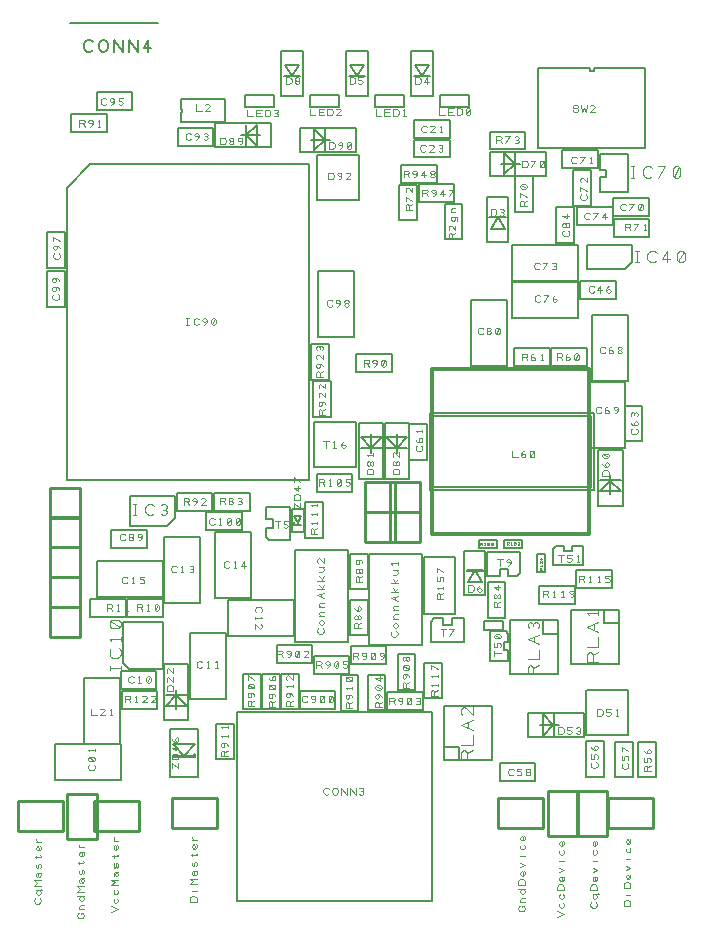
<source format=gbr>
G04 EasyPC Gerber Version 21.0.3 Build 4286 *
G04 #@! TF.Part,Single*
G04 #@! TF.FileFunction,Legend,Top *
G04 #@! TF.FilePolarity,Positive *
%FSLAX35Y35*%
%MOIN*%
%ADD11C,0.00157*%
%ADD14C,0.00300*%
%ADD10C,0.00500*%
%ADD16C,0.00600*%
%ADD15C,0.00787*%
%ADD13C,0.01000*%
%ADD12C,0.01200*%
X0Y0D02*
D02*
D10*
X16396Y228835D02*
Y216992D01*
X22333*
Y228835*
X16396*
X19073Y46047D02*
X41073D01*
Y58047*
X19073*
Y46047*
X22411Y204000D02*
Y215843D01*
X16474*
Y204000*
X22411*
X24467Y262228D02*
X36309D01*
Y268165*
X24467*
Y262228*
X31800Y289614D02*
X31488Y289301D01*
X30863Y288989*
X29925*
X29300Y289301*
X28988Y289614*
X28675Y290239*
Y291489*
X28988Y292114*
X29300Y292426*
X29925Y292739*
X30863*
X31488Y292426*
X31800Y292114*
X33675Y290239D02*
Y291489D01*
X33988Y292114*
X34300Y292426*
X34925Y292739*
X35550*
X36175Y292426*
X36488Y292114*
X36800Y291489*
Y290239*
X36488Y289614*
X36175Y289301*
X35550Y288989*
X34925*
X34300Y289301*
X33988Y289614*
X33675Y290239*
X38675Y288989D02*
Y292739D01*
X41800Y288989*
Y292739*
X43675Y288989D02*
Y292739D01*
X46800Y288989*
Y292739*
X50238Y288989D02*
Y292739D01*
X48675Y290239*
X51175*
X28797Y80055D02*
Y58055D01*
X40797*
Y80055*
X28797*
X30821Y251476D02*
X103656D01*
Y146339*
X22947*
Y243602*
X30821Y251476*
X30844Y100575D02*
X42687D01*
Y106512*
X30844*
Y100575*
X33010Y107071D02*
X55010D01*
Y119071*
X33010*
Y107071*
Y269551D02*
X44852D01*
Y275488*
X33010*
Y269551*
X37852Y123646D02*
X49695D01*
Y129583*
X37852*
Y123646*
X41002Y76638D02*
X52844D01*
Y82575*
X41002*
Y76638*
X43207Y100654D02*
X55049D01*
Y106591*
X43207*
Y100654*
X53238Y75961D02*
X41396D01*
Y70024*
X53238*
Y75961*
X55053Y83110D02*
Y98858D01*
X41667*
Y85079*
X43636Y83110*
X55053*
X55486Y84783D02*
Y66083D01*
X63557*
Y84783*
X55486*
X55490Y127299D02*
Y105299D01*
X67490*
Y127299*
X55490*
X58577Y54213D02*
Y53819D01*
X65663*
Y54213*
X58577*
Y58150D02*
X62120Y54213D01*
X65663Y58150*
X58577*
X59522Y76220D02*
Y69921D01*
X60057Y257504D02*
X71900D01*
Y263441*
X60057*
Y257504*
X61037Y273130D02*
X75801D01*
Y265610*
X61037*
Y268917*
X61549*
Y269744*
X61037*
Y273130*
X63065Y70906D02*
X59522Y74449D01*
X55978Y70906*
X63065*
Y74646D02*
X55978D01*
X65270Y55000D02*
Y54213D01*
X65663*
Y55000*
X65270*
X66719Y47126D02*
Y63268D01*
X57522*
Y47126*
X66719*
X71585Y141945D02*
X59742D01*
Y136008*
X71585*
Y141945*
X72104Y135929D02*
X83947D01*
Y141866*
X72104*
Y135929*
X72498Y128953D02*
Y106953D01*
X84498*
Y128953*
X72498*
X72533Y257067D02*
X91234D01*
Y265138*
X72533*
Y257067*
X72774Y64898D02*
Y53055D01*
X78711*
Y64898*
X72774*
X76073Y73331D02*
Y95331D01*
X64073*
Y73331*
X76073*
X79719Y68878D02*
X144679D01*
Y5886*
X79719*
Y68878*
X81096Y261102D02*
X87396D01*
X81427Y135409D02*
X69585D01*
Y129472*
X81427*
Y135409*
X81671Y81669D02*
Y69827D01*
X87608*
Y81669*
X81671*
X82396Y270551D02*
X92238D01*
Y274488*
X82396*
Y270551*
X82671Y264646D02*
Y257559D01*
X86411Y264646D02*
X82868Y261102D01*
X86411Y257559*
Y264646*
X89451Y137146D02*
X97404D01*
Y126122*
X90545*
X89451Y127217*
Y130154*
X91726*
Y133106*
X89451*
Y137146*
X94065Y69827D02*
Y81669D01*
X88128*
Y69827*
X94065*
X95388Y280748D02*
Y280945D01*
X100900*
Y280748*
X95388*
X95781Y284685D02*
X98144Y280748D01*
X100506Y284685*
X95781*
X98026Y128976D02*
Y136457D01*
X101963*
Y128976*
X98026*
X98632Y106315D02*
X76632D01*
Y94315*
X98632*
Y106315*
X100522Y69827D02*
Y81669D01*
X94585*
Y69827*
X100522*
X100608Y69945D02*
X112451D01*
Y75882*
X100608*
Y69945*
X101175Y131339D02*
X98813D01*
Y132126*
X101175Y134094D02*
X99994Y131732D01*
X98813Y134094*
X101175*
X101687Y274252D02*
Y289213D01*
X94600*
Y274252*
X101687*
X104049Y270551D02*
X113892D01*
Y274488*
X104049*
Y270551*
X104427Y191433D02*
Y179591D01*
X110364*
Y191433*
X104427*
X104813Y91079D02*
X92970D01*
Y85142*
X104813*
Y91079*
X105435Y165453D02*
Y150453D01*
X119435*
Y165453*
X105535*
X105467Y256063D02*
X109010Y259606D01*
X105467Y263150*
Y256063*
X106829Y215803D02*
Y193803D01*
X118829*
Y215803*
X106829*
X108396Y126992D02*
Y138835D01*
X102459*
Y126992*
X108396*
X109207Y256063D02*
Y263150D01*
X110781Y259606D02*
X104482D01*
X110994Y167307D02*
Y179150D01*
X105057*
Y167307*
X110994*
X114270Y81197D02*
Y69354D01*
X120207*
Y81197*
X114270*
X116884Y92254D02*
X99167D01*
Y122766*
X116884*
Y92254*
X117041Y280748D02*
Y280945D01*
X122553*
Y280748*
X117041*
X117175Y87457D02*
X105333D01*
Y81520*
X117175*
Y87457*
X117341Y106236D02*
Y94394D01*
X123278*
Y106236*
X117341*
Y121669D02*
Y109827D01*
X123278*
Y121669*
X117341*
X117435Y284685D02*
X119797Y280748D01*
X122159Y284685*
X117435*
X118120Y148087D02*
X106278D01*
Y142150*
X118120*
Y148087*
X119344Y263642D02*
X100644D01*
Y255571*
X119344*
Y263642*
X120537Y239429D02*
Y254429D01*
X106537*
Y239429*
X120437*
X120978Y156772D02*
X128065D01*
X120978Y160512D02*
X124522Y156969D01*
X128065Y160512*
X120978*
X123341Y274252D02*
Y289213D01*
X116254*
Y274252*
X123341*
X124522Y155197D02*
Y161496D01*
X125703Y270472D02*
X135545D01*
Y274409*
X125703*
Y270472*
X128557Y146634D02*
Y165335D01*
X120486*
Y146634*
X128557*
X129262Y69433D02*
Y81276D01*
X123325*
Y69433*
X129262*
X129443Y156772D02*
X136530D01*
X129443Y160512D02*
X132986Y156969D01*
X136530Y160512*
X129443*
X129537Y90764D02*
X117695D01*
Y84827*
X129537*
Y90764*
X129900Y69630D02*
X141742D01*
Y75567*
X129900*
Y69630*
X131270Y188087D02*
X119427D01*
Y182150*
X131270*
Y188087*
X132986Y155197D02*
Y161496D01*
X133325Y88047D02*
Y76205D01*
X139262*
Y88047*
X133325*
X133876Y244661D02*
Y232819D01*
X139813*
Y244661*
X133876*
X134467Y245299D02*
X146309D01*
Y251236*
X134467*
Y245299*
X137022Y146634D02*
Y165335D01*
X128951*
Y146634*
X137022*
X137104Y164760D02*
Y152917D01*
X143041*
Y164760*
X137104*
X138695Y280748D02*
Y280945D01*
X144207*
Y280748*
X138695*
X139089Y284685D02*
X141451Y280748D01*
X143813Y284685*
X139089*
X140372Y238843D02*
X152215D01*
Y244780*
X140372*
Y238843*
X141510Y91053D02*
X123793D01*
Y121565*
X141510*
Y91053*
X144077Y142902D02*
X198864D01*
Y168555*
X144077*
Y142902*
X144994Y274252D02*
Y289213D01*
X137907*
Y274252*
X144994*
X145077Y143902D02*
X197864D01*
Y167555*
X145077*
Y143902*
X147356Y270551D02*
X157199D01*
Y274488*
X147356*
Y270551*
X148159Y73449D02*
Y85291D01*
X142222*
Y73449*
X148159*
X148994Y238205D02*
Y226362D01*
X154931*
Y238205*
X148994*
X150719Y259661D02*
X138876D01*
Y253724*
X150719*
Y259661*
Y266118D02*
X138876D01*
Y260181*
X150719*
Y266118*
X152293Y101638D02*
Y120567D01*
X142026*
Y101638*
X152293*
X153766Y52732D02*
Y57232D01*
X148766*
Y52732*
X153766*
X155329Y100071D02*
Y92118D01*
X144305*
Y98976*
X145400Y100071*
X148337*
Y97795*
X151289*
Y100071*
X155329*
X155506Y122677D02*
Y107717D01*
X162593*
Y122677*
X155506*
X157695Y206039D02*
Y184039D01*
X169695*
Y206039*
X157695*
X160304Y123441D02*
X166406D01*
Y126196*
X160304*
Y123441*
X161411Y112244D02*
X159049Y116181D01*
X156687Y112244*
X161411*
X161805Y116181D02*
Y115984D01*
X156293*
Y116181*
X161805*
X163144Y240394D02*
Y225433D01*
X170230*
Y240394*
X163144*
X163242Y114260D02*
Y122213D01*
X174266*
Y115354*
X173171Y114260*
X170234*
Y116535*
X167281*
Y114260*
X163242*
X164766Y52732D02*
Y70732D01*
X148766*
Y52732*
X164766*
X167380Y45772D02*
X179222D01*
Y51709*
X167380*
Y45772*
X168346Y99079D02*
X162244D01*
Y96323*
X168346*
Y99079*
X168813Y248110D02*
X172356Y251654D01*
X168813Y255197*
Y248110*
X169049Y229961D02*
X166687Y233898D01*
X164325Y229961*
X169049*
X169262Y100299D02*
Y112142D01*
X163325*
Y100299*
X169262*
X169443Y233898D02*
Y233701D01*
X163931*
Y233898*
X169443*
X170250Y85945D02*
X163951D01*
Y95768*
X169404*
X170250Y94921*
Y92205*
X168675*
Y89567*
X170250*
Y85945*
X170734Y99472D02*
Y81472D01*
X186734*
Y99472*
X170734*
X172459Y247496D02*
Y235654D01*
X178396*
Y247496*
X172459*
X172553Y248110D02*
Y255197D01*
X174128Y251654D02*
X167829D01*
X174724Y126166D02*
X168622D01*
Y123410*
X174724*
Y126166*
X175915Y262299D02*
X164073D01*
Y256362*
X175915*
Y262299*
X181687Y60945D02*
X185230Y64488D01*
X181687Y68031*
Y60945*
X181734Y99472D02*
Y94972D01*
X186734*
Y99472*
X181734*
X182538Y115585D02*
Y121687D01*
X179782*
Y115585*
X182538*
X182691Y255689D02*
X163990D01*
Y247618*
X182691*
Y255689*
X183986Y190252D02*
X172144D01*
Y184315*
X183986*
Y190252*
X185427Y60945D02*
Y68031D01*
X187002Y64488D02*
X180703D01*
X188246Y250181D02*
X200089D01*
Y256118*
X188246*
Y250181*
X191207Y102937D02*
Y84937D01*
X207207*
Y102937*
X191207*
X191829Y249386D02*
Y237543D01*
X197766*
Y249386*
X191829*
X192057Y225260D02*
Y237102D01*
X186120*
Y225260*
X192057*
X192293Y110843D02*
X180451D01*
Y104906*
X192293*
Y110843*
X192892Y110102D02*
X204734D01*
Y116039*
X192892*
Y110102*
X193207Y231126D02*
X205049D01*
Y237063*
X193207*
Y231126*
X193593Y212181D02*
X171593D01*
Y200181*
X193593*
Y212181*
Y224583D02*
X171593D01*
Y212583*
X193593*
Y224583*
X194152Y206559D02*
X205994D01*
Y212496*
X194152*
Y206559*
X195073Y124114D02*
Y117815D01*
X185250*
Y123268*
X186096Y124114*
X188813*
Y122539*
X191451*
Y124114*
X195073*
X195565Y68524D02*
X176864D01*
Y60453*
X195565*
Y68524*
X196159Y59150D02*
Y47307D01*
X202096*
Y59150*
X196159*
X196222Y76161D02*
Y61161D01*
X210222*
Y76161*
X196322*
X196388Y190252D02*
X184545D01*
Y184315*
X196388*
Y190252*
X196986Y178874D02*
Y156874D01*
X208986*
Y178874*
X196986*
X200211Y156280D02*
Y137579D01*
X208281*
Y156280*
X200211*
X202207Y102937D02*
Y98437D01*
X207207*
Y102937*
X202207*
X204246Y147717D02*
Y141417D01*
X205333Y227228D02*
X217175D01*
Y233165*
X205333*
Y227228*
X205844Y58992D02*
Y47150D01*
X211781*
Y58992*
X205844*
X207789Y142402D02*
X204246Y145945D01*
X200703Y142402*
X207789*
Y146142D02*
X200703D01*
X208994Y170882D02*
Y159039D01*
X214931*
Y170882*
X208994*
X210167Y179315D02*
Y201315D01*
X198167*
Y179315*
X210167*
X211549Y224685D02*
X196549D01*
Y216417*
X209049*
X211549Y218917*
Y224685*
X213482Y58992D02*
Y47150D01*
X219419*
Y58992*
X213482*
X215683Y283642D02*
Y256870D01*
X180053*
Y283642*
X197519*
Y282461*
X198769*
Y283642*
X215683*
X217057Y240055D02*
X205215D01*
Y234118*
X217057*
Y240055*
D02*
D11*
X13953Y6846D02*
X14138Y6661D01*
X14322Y6292*
Y5738*
X14138Y5369*
X13953Y5185*
X13584Y5000*
X12846*
X12477Y5185*
X12292Y5369*
X12108Y5738*
Y6292*
X12292Y6661*
X12477Y6846*
X13400Y9429D02*
X13030Y9244D01*
X12846Y8876*
Y8506*
X13030Y8137*
X13400Y7953*
X13769*
X14138Y8137*
X14322Y8506*
Y8876*
X14138Y9244*
X13769Y9429*
X12846D02*
X14876D01*
X14507Y9798*
X14322Y10906D02*
X12108D01*
X13215Y11828*
X12108Y12751*
X14322*
X13030Y13858D02*
X12846Y14228D01*
Y14781*
X13030Y15150*
X13400Y15335*
X13953*
X14138Y15150*
X14322Y14781*
Y14412*
X14138Y14043*
X13953Y13858*
X13769*
X13584Y14043*
X13400Y14412*
Y14781*
X13584Y15150*
X13769Y15335*
X13953D02*
X14322D01*
X14138Y16811D02*
X14322Y17180D01*
Y17919*
X14138Y18287*
X13769*
X13584Y17919*
Y17180*
X13400Y16811*
X13030*
X12846Y17180*
Y17919*
X13030Y18287*
X12846Y20133D02*
Y20871D01*
X12477Y20502D02*
X14138D01*
X14322Y20687*
Y20871*
X14138Y21056*
Y24193D02*
X14322Y24008D01*
Y23639*
Y23270*
X14138Y22901*
X13769Y22717*
X13215*
X13030Y22901*
X12846Y23270*
Y23639*
X13030Y24008*
X13215Y24193*
X13400*
X13584Y24008*
X13769Y23639*
Y23270*
X13584Y22901*
X13400Y22717*
X14322Y25669D02*
X12846D01*
X13400D02*
X13030Y25854D01*
X12846Y26223*
Y26592*
X13030Y26961*
X20095Y208027D02*
X20280Y207842D01*
X20464Y207473*
Y206919*
X20280Y206550*
X20095Y206366*
X19726Y206181*
X18988*
X18619Y206366*
X18434Y206550*
X18250Y206919*
Y207473*
X18434Y207842*
X18619Y208027*
X20464Y209687D02*
X20280Y210057D01*
X19910Y210426*
X19357Y210610*
X18803*
X18434Y210426*
X18250Y210057*
Y209687*
X18434Y209319*
X18803Y209134*
X19172Y209319*
X19357Y209687*
Y210057*
X19172Y210426*
X18803Y210610*
X20464Y212640D02*
X20280Y213009D01*
X19910Y213378*
X19357Y213563*
X18803*
X18434Y213378*
X18250Y213009*
Y212640*
X18434Y212271*
X18803Y212087*
X19172Y212271*
X19357Y212640*
Y213009*
X19172Y213378*
X18803Y213563*
X20410Y221767D02*
X20594Y221582D01*
X20779Y221213*
Y220659*
X20594Y220291*
X20410Y220106*
X20041Y219921*
X19303*
X18933Y220106*
X18749Y220291*
X18565Y220659*
Y221213*
X18749Y221582*
X18933Y221767*
X20779Y223428D02*
X20594Y223797D01*
X20225Y224166*
X19672Y224350*
X19118*
X18749Y224166*
X18565Y223797*
Y223428*
X18749Y223059*
X19118Y222874*
X19487Y223059*
X19672Y223428*
Y223797*
X19487Y224166*
X19118Y224350*
X20779Y225827D02*
X18565Y227303D01*
Y225827*
X27238Y264018D02*
Y266233D01*
X28530*
X28899Y266048*
X29084Y265679*
X28899Y265310*
X28530Y265126*
X27238*
X28530D02*
X29084Y264018D01*
X30744D02*
X31114Y264203D01*
X31483Y264572*
X31667Y265126*
Y265679*
X31483Y266048*
X31114Y266233*
X30744*
X30376Y266048*
X30191Y265679*
X30376Y265310*
X30744Y265126*
X31114*
X31483Y265310*
X31667Y265679*
X33513Y264018D02*
X34251D01*
X33882D02*
Y266233D01*
X33513Y265864*
X27770Y1370D02*
Y1924D01*
X27954*
X28323Y1740*
X28508Y1555*
X28693Y1186*
Y817*
X28508Y448*
X28323Y263*
X27954Y79*
X27216*
X26847Y263*
X26662Y448*
X26478Y817*
Y1186*
X26662Y1555*
X26847Y1740*
X27216Y1924*
X28693Y3031D02*
X27216D01*
X27770D02*
X27400Y3216D01*
X27216Y3585*
Y3954*
X27400Y4323*
X27770Y4508*
X28693*
X27770Y7461D02*
X27400Y7276D01*
X27216Y6907*
Y6538*
X27400Y6169*
X27770Y5984*
X28139*
X28508Y6169*
X28693Y6538*
Y6907*
X28508Y7276*
X28139Y7461*
X28693D02*
X26478D01*
X28693Y8937D02*
X26478D01*
X27585Y9860*
X26478Y10783*
X28693*
X27400Y11890D02*
X27216Y12259D01*
Y12813*
X27400Y13181*
X27770Y13366*
X28323*
X28508Y13181*
X28693Y12813*
Y12443*
X28508Y12074*
X28323Y11890*
X28139*
X27954Y12074*
X27770Y12443*
Y12813*
X27954Y13181*
X28139Y13366*
X28323D02*
X28693D01*
X28508Y14843D02*
X28693Y15212D01*
Y15950*
X28508Y16319*
X28139*
X27954Y15950*
Y15212*
X27770Y14843*
X27400*
X27216Y15212*
Y15950*
X27400Y16319*
X27216Y18165D02*
Y18903D01*
X26847Y18533D02*
X28508D01*
X28693Y18718*
Y18903*
X28508Y19087*
Y22224D02*
X28693Y22040D01*
Y21671*
Y21302*
X28508Y20933*
X28139Y20748*
X27585*
X27400Y20933*
X27216Y21302*
Y21671*
X27400Y22040*
X27585Y22224*
X27770*
X27954Y22040*
X28139Y21671*
Y21302*
X27954Y20933*
X27770Y20748*
X28693Y23701D02*
X27216D01*
X27770D02*
X27400Y23885D01*
X27216Y24254*
Y24624*
X27400Y24993*
X31175Y70012D02*
Y67798D01*
X33021*
X35604D02*
X34128D01*
X35420Y69090*
X35604Y69459*
X35420Y69828*
X35051Y70012*
X34497*
X34128Y69828*
X37450Y67798D02*
X38188D01*
X37819D02*
Y70012D01*
X37450Y69643*
X32063Y51294D02*
X32248Y51110D01*
X32433Y50741*
Y50187*
X32248Y49818*
X32063Y49633*
X31694Y49449*
X30956*
X30587Y49633*
X30402Y49818*
X30218Y50187*
Y50741*
X30402Y51110*
X30587Y51294*
X32248Y52586D02*
X32433Y52955D01*
Y53324*
X32248Y53693*
X31879Y53878*
X30772*
X30402Y53693*
X30218Y53324*
Y52955*
X30402Y52586*
X30772Y52402*
X31879*
X32248Y52586*
X30402Y53693*
X32433Y55724D02*
Y56462D01*
Y56093D02*
X30218D01*
X30587Y55724*
X36210Y271572D02*
X36025Y271388D01*
X35656Y271203*
X35102*
X34733Y271388*
X34549Y271572*
X34364Y271941*
Y272680*
X34549Y273049*
X34733Y273233*
X35102Y273418*
X35656*
X36025Y273233*
X36210Y273049*
X37870Y271203D02*
X38240Y271388D01*
X38609Y271757*
X38793Y272311*
Y272864*
X38609Y273233*
X38240Y273418*
X37870*
X37502Y273233*
X37317Y272864*
X37502Y272495*
X37870Y272311*
X38240*
X38609Y272495*
X38793Y272864*
X40270Y271388D02*
X40639Y271203D01*
X41193*
X41561Y271388*
X41746Y271757*
Y271941*
X41561Y272311*
X41193Y272495*
X40270*
Y273418*
X41746*
X36372Y102522D02*
Y104737D01*
X37664*
X38033Y104552*
X38218Y104183*
X38033Y103814*
X37664Y103630*
X36372*
X37664D02*
X38218Y102522D01*
X39694D02*
X40432D01*
X40063D02*
Y104737D01*
X39694Y104368*
X42647Y102522D02*
X43385D01*
X43016D02*
Y104737D01*
X42647Y104368*
X37895Y2244D02*
X40110Y3167D01*
X37895Y4090*
X38818Y6673D02*
X38633Y6304D01*
Y5750*
X38818Y5381*
X39187Y5197*
X39556*
X39925Y5381*
X40110Y5750*
Y6304*
X39925Y6673*
X38818Y9626D02*
X38633Y9257D01*
Y8703*
X38818Y8334*
X39187Y8150*
X39556*
X39925Y8334*
X40110Y8703*
Y9257*
X39925Y9626*
X40110Y11102D02*
X37895D01*
X39002Y12025*
X37895Y12948*
X40110*
X38818Y14055D02*
X38633Y14424D01*
Y14978*
X38818Y15347*
X39187Y15531*
X39741*
X39925Y15347*
X40110Y14978*
Y14609*
X39925Y14240*
X39741Y14055*
X39556*
X39372Y14240*
X39187Y14609*
Y14978*
X39372Y15347*
X39556Y15531*
X39741D02*
X40110D01*
X39925Y17008D02*
X40110Y17377D01*
Y18115*
X39925Y18484*
X39556*
X39372Y18115*
Y17377*
X39187Y17008*
X38818*
X38633Y17377*
Y18115*
X38818Y18484*
X38633Y20330D02*
Y21068D01*
X38264Y20699D02*
X39925D01*
X40110Y20883*
Y21068*
X39925Y21252*
Y24390D02*
X40110Y24205D01*
Y23836*
Y23467*
X39925Y23098*
X39556Y22913*
X39002*
X38818Y23098*
X38633Y23467*
Y23836*
X38818Y24205*
X39002Y24390*
X39187*
X39372Y24205*
X39556Y23836*
Y23467*
X39372Y23098*
X39187Y22913*
X40110Y25866D02*
X38633D01*
X39187D02*
X38818Y26051D01*
X38633Y26420*
Y26789*
X38818Y27158*
X42548Y126435D02*
X42364Y126250D01*
X41994Y126065*
X41441*
X41072Y126250*
X40887Y126435*
X40703Y126804*
Y127542*
X40887Y127911*
X41072Y128096*
X41441Y128280*
X41994*
X42364Y128096*
X42548Y127911*
X44209Y127173D02*
X44578D01*
X44947Y127357*
X45132Y127726*
X44947Y128096*
X44578Y128280*
X44209*
X43840Y128096*
X43656Y127726*
X43840Y127357*
X44209Y127173*
X43840Y126988*
X43656Y126619*
X43840Y126250*
X44209Y126065*
X44578*
X44947Y126250*
X45132Y126619*
X44947Y126988*
X44578Y127173*
X47162Y126065D02*
X47531Y126250D01*
X47900Y126619*
X48085Y127173*
Y127726*
X47900Y128096*
X47531Y128280*
X47162*
X46793Y128096*
X46608Y127726*
X46793Y127357*
X47162Y127173*
X47531*
X47900Y127357*
X48085Y127726*
X43257Y112104D02*
X43072Y111919D01*
X42703Y111735*
X42150*
X41781Y111919*
X41596Y112104*
X41411Y112473*
Y113211*
X41596Y113580*
X41781Y113765*
X42150Y113949*
X42703*
X43072Y113765*
X43257Y113580*
X44733Y111735D02*
X45472D01*
X45102D02*
Y113949D01*
X44733Y113580*
X47317Y111919D02*
X47686Y111735D01*
X48240*
X48609Y111919*
X48793Y112289*
Y112473*
X48609Y112842*
X48240Y113027*
X47317*
Y113949*
X48793*
X42356Y72050D02*
Y74264D01*
X43648*
X44017Y74080*
X44202Y73711*
X44017Y73342*
X43648Y73157*
X42356*
X43648D02*
X44202Y72050D01*
X45678D02*
X46417D01*
X46047D02*
Y74264D01*
X45678Y73895*
X49738Y72050D02*
X48262D01*
X49554Y73342*
X49738Y73711*
X49554Y74080*
X49185Y74264*
X48631*
X48262Y74080*
X52691Y72050D02*
X51215D01*
X52506Y73342*
X52691Y73711*
X52506Y74080*
X52137Y74264*
X51584*
X51215Y74080*
X45422Y78954D02*
X45238Y78770D01*
X44869Y78585*
X44315*
X43946Y78770*
X43761Y78954*
X43577Y79323*
Y80061*
X43761Y80431*
X43946Y80615*
X44315Y80800*
X44869*
X45238Y80615*
X45422Y80431*
X46899Y78585D02*
X47637D01*
X47268D02*
Y80800D01*
X46899Y80431*
X49667Y78770D02*
X50036Y78585D01*
X50405*
X50774Y78770*
X50959Y79139*
Y80246*
X50774Y80615*
X50405Y80800*
X50036*
X49667Y80615*
X49482Y80246*
Y79139*
X49667Y78770*
X50774Y80615*
X46372Y102601D02*
Y104815D01*
X47664*
X48033Y104631*
X48218Y104262*
X48033Y103893*
X47664Y103708*
X46372*
X47664D02*
X48218Y102601D01*
X49694D02*
X50432D01*
X50063D02*
Y104815D01*
X49694Y104446*
X52462Y102785D02*
X52831Y102601D01*
X53200*
X53569Y102785*
X53754Y103155*
Y104262*
X53569Y104631*
X53200Y104815*
X52831*
X52462Y104631*
X52278Y104262*
Y103155*
X52462Y102785*
X53569Y104631*
X59714Y115805D02*
X59529Y115620D01*
X59160Y115435*
X58606*
X58237Y115620*
X58053Y115805*
X57868Y116174*
Y116912*
X58053Y117281*
X58237Y117466*
X58606Y117650*
X59160*
X59529Y117466*
X59714Y117281*
X61190Y115435D02*
X61928D01*
X61559D02*
Y117650D01*
X61190Y117281*
X63958Y115620D02*
X64327Y115435D01*
X64696*
X65065Y115620*
X65250Y115989*
X65065Y116358*
X64696Y116543*
X64327*
X64696D02*
X65065Y116728D01*
X65250Y117096*
X65065Y117466*
X64696Y117650*
X64327*
X63958Y117466*
X58496Y75984D02*
X56281D01*
Y77092*
X56465Y77461*
X56650Y77645*
X57019Y77830*
X57757*
X58126Y77645*
X58311Y77461*
X58496Y77092*
Y75984*
Y80413D02*
Y78937D01*
X57204Y80229*
X56835Y80413*
X56465Y80229*
X56281Y79860*
Y79306*
X56465Y78937*
X58496Y83366D02*
Y81890D01*
X57204Y83181*
X56835Y83366*
X56465Y83181*
X56281Y82813*
Y82259*
X56465Y81890*
X58013Y50157D02*
Y52003D01*
X60228Y50157*
Y52003*
Y53110D02*
X58013D01*
Y54218*
X58198Y54587*
X58382Y54771*
X58752Y54956*
X59490*
X59859Y54771*
X60043Y54587*
X60228Y54218*
Y53110*
Y56986D02*
X58013D01*
X59490Y56063*
Y57539*
X59674Y59016D02*
X59305Y59200D01*
X59120Y59569*
Y59939*
X59305Y60307*
X59674Y60492*
X60043Y60307*
X60228Y59939*
Y59569*
X60043Y59200*
X59674Y59016*
X59120*
X58567Y59200*
X58198Y59569*
X58013Y59939*
X61963Y137955D02*
Y140170D01*
X63254*
X63624Y139985*
X63808Y139616*
X63624Y139247*
X63254Y139063*
X61963*
X63254D02*
X63808Y137955D01*
X65469D02*
X65838Y138140D01*
X66207Y138509*
X66392Y139063*
Y139616*
X66207Y139985*
X65838Y140170*
X65469*
X65100Y139985*
X64915Y139616*
X65100Y139247*
X65469Y139063*
X65838*
X66207Y139247*
X66392Y139616*
X69344Y137955D02*
X67868D01*
X69160Y139247*
X69344Y139616*
X69160Y139985*
X68791Y140170*
X68237*
X67868Y139985*
X62870Y197876D02*
X63609D01*
X63240D02*
Y200091D01*
X62870D02*
X63609D01*
X67115Y198246D02*
X66931Y198061D01*
X66561Y197876*
X66008*
X65639Y198061*
X65454Y198246*
X65270Y198615*
Y199353*
X65454Y199722*
X65639Y199907*
X66008Y200091*
X66561*
X66931Y199907*
X67115Y199722*
X68776Y197876D02*
X69145Y198061D01*
X69514Y198430*
X69699Y198984*
Y199537*
X69514Y199907*
X69145Y200091*
X68776*
X68407Y199907*
X68222Y199537*
X68407Y199169*
X68776Y198984*
X69145*
X69514Y199169*
X69699Y199537*
X71360Y198061D02*
X71729Y197876D01*
X72098*
X72467Y198061*
X72652Y198430*
Y199537*
X72467Y199907*
X72098Y200091*
X71729*
X71360Y199907*
X71175Y199537*
Y198430*
X71360Y198061*
X72467Y199907*
X64478Y260017D02*
X64293Y259833D01*
X63924Y259648*
X63370*
X63001Y259833*
X62817Y260017*
X62632Y260386*
Y261124*
X62817Y261494*
X63001Y261678*
X63370Y261863*
X63924*
X64293Y261678*
X64478Y261494*
X66138Y259648D02*
X66507Y259833D01*
X66876Y260202*
X67061Y260756*
Y261309*
X66876Y261678*
X66507Y261863*
X66138*
X65769Y261678*
X65585Y261309*
X65769Y260940*
X66138Y260756*
X66507*
X66876Y260940*
X67061Y261309*
X68722Y259833D02*
X69091Y259648D01*
X69460*
X69829Y259833*
X70014Y260202*
X69829Y260571*
X69460Y260756*
X69091*
X69460D02*
X69829Y260940D01*
X70014Y261309*
X69829Y261678*
X69460Y261863*
X69091*
X68722Y261678*
X66215Y271508D02*
Y269294D01*
X68060*
X70644D02*
X69167D01*
X70459Y270586*
X70644Y270955*
X70459Y271324*
X70090Y271508*
X69537*
X69167Y271324*
X68139Y83994D02*
X67954Y83809D01*
X67585Y83624*
X67031*
X66663Y83809*
X66478Y83994*
X66293Y84363*
Y85101*
X66478Y85470*
X66663Y85655*
X67031Y85839*
X67585*
X67954Y85655*
X68139Y85470*
X69615Y83624D02*
X70354D01*
X69984D02*
Y85839D01*
X69615Y85470*
X72568Y83624D02*
X73306D01*
X72937D02*
Y85839D01*
X72568Y85470*
X66291Y5591D02*
X64076D01*
Y6698*
X64261Y7067*
X64445Y7252*
X64815Y7436*
X65553*
X65922Y7252*
X66106Y7067*
X66291Y6698*
Y5591*
Y9281D02*
X64815D01*
X64261D02*
X66291Y11496*
X64076D01*
X65183Y12419*
X64076Y13342*
X66291*
X64999Y14449D02*
X64815Y14818D01*
Y15372*
X64999Y15741*
X65368Y15925*
X65922*
X66106Y15741*
X66291Y15372*
Y15002*
X66106Y14633*
X65922Y14449*
X65737*
X65553Y14633*
X65368Y15002*
Y15372*
X65553Y15741*
X65737Y15925*
X65922D02*
X66291D01*
X66106Y17402D02*
X66291Y17771D01*
Y18509*
X66106Y18878*
X65737*
X65553Y18509*
Y17771*
X65368Y17402*
X64999*
X64815Y17771*
Y18509*
X64999Y18878*
X64815Y20724D02*
Y21462D01*
X64445Y21093D02*
X66106D01*
X66291Y21277*
Y21462*
X66106Y21646*
Y24783D02*
X66291Y24599D01*
Y24230*
Y23861*
X66106Y23492*
X65737Y23307*
X65183*
X64999Y23492*
X64815Y23861*
Y24230*
X64999Y24599*
X65183Y24783*
X65368*
X65553Y24599*
X65737Y24230*
Y23861*
X65553Y23492*
X65368Y23307*
X66291Y26260D02*
X64815D01*
X65368D02*
X64999Y26444D01*
X64815Y26813*
Y27183*
X64999Y27552*
X72312Y131631D02*
X72128Y131447D01*
X71758Y131262*
X71205*
X70836Y131447*
X70651Y131631*
X70467Y132000*
Y132739*
X70651Y133108*
X70836Y133293*
X71205Y133477*
X71758*
X72128Y133293*
X72312Y133108*
X73789Y131262D02*
X74527D01*
X74157D02*
Y133477D01*
X73789Y133108*
X76557Y131447D02*
X76926Y131262D01*
X77295*
X77664Y131447*
X77848Y131816*
Y132923*
X77664Y133293*
X77295Y133477*
X76926*
X76557Y133293*
X76372Y132923*
Y131816*
X76557Y131447*
X77664Y133293*
X79509Y131447D02*
X79878Y131262D01*
X80248*
X80617Y131447*
X80801Y131816*
Y132923*
X80617Y133293*
X80248Y133477*
X79878*
X79509Y133293*
X79325Y132923*
Y131816*
X79509Y131447*
X80617Y133293*
X74010Y138113D02*
Y140327D01*
X75302*
X75671Y140143*
X75856Y139774*
X75671Y139405*
X75302Y139220*
X74010*
X75302D02*
X75856Y138113D01*
X77516Y139220D02*
X77885D01*
X78254Y139405*
X78439Y139774*
X78254Y140143*
X77885Y140327*
X77516*
X77147Y140143*
X76963Y139774*
X77147Y139405*
X77516Y139220*
X77147Y139035*
X76963Y138667*
X77147Y138297*
X77516Y138113*
X77885*
X78254Y138297*
X78439Y138667*
X78254Y139035*
X77885Y139220*
X80100Y138297D02*
X80469Y138113D01*
X80838*
X81207Y138297*
X81392Y138667*
X81207Y139035*
X80838Y139220*
X80469*
X80838D02*
X81207Y139405D01*
X81392Y139774*
X81207Y140143*
X80838Y140327*
X80469*
X80100Y140143*
X74167Y258034D02*
Y260248D01*
X75275*
X75644Y260064*
X75828Y259880*
X76013Y259510*
Y258772*
X75828Y258403*
X75644Y258219*
X75275Y258034*
X74167*
X77674Y259141D02*
X78043D01*
X78412Y259326*
X78596Y259695*
X78412Y260064*
X78043Y260248*
X77674*
X77305Y260064*
X77120Y259695*
X77305Y259326*
X77674Y259141*
X77305Y258957*
X77120Y258588*
X77305Y258219*
X77674Y258034*
X78043*
X78412Y258219*
X78596Y258588*
X78412Y258957*
X78043Y259141*
X80626Y258034D02*
X80996Y258219D01*
X81365Y258588*
X81549Y259141*
Y259695*
X81365Y260064*
X80996Y260248*
X80626*
X80257Y260064*
X80073Y259695*
X80257Y259326*
X80626Y259141*
X80996*
X81365Y259326*
X81549Y259695*
X77194Y117222D02*
X77009Y117037D01*
X76640Y116853*
X76087*
X75718Y117037*
X75533Y117222*
X75348Y117591*
Y118329*
X75533Y118698*
X75718Y118883*
X76087Y119067*
X76640*
X77009Y118883*
X77194Y118698*
X78670Y116853D02*
X79409D01*
X79039D02*
Y119067D01*
X78670Y118698*
X82177Y116853D02*
Y119067D01*
X81254Y117591*
X82730*
X76685Y54173D02*
X74470D01*
Y55465*
X74654Y55834*
X75024Y56019*
X75393Y55834*
X75577Y55465*
Y54173*
Y55465D02*
X76685Y56019D01*
Y57680D02*
X76500Y58049D01*
X76131Y58418*
X75577Y58602*
X75024*
X74654Y58418*
X74470Y58049*
Y57680*
X74654Y57311*
X75024Y57126*
X75393Y57311*
X75577Y57680*
Y58049*
X75393Y58418*
X75024Y58602*
X76685Y60448D02*
Y61186D01*
Y60817D02*
X74470D01*
X74839Y60448*
X76685Y63401D02*
Y64139D01*
Y63770D02*
X74470D01*
X74839Y63401*
X83144Y269619D02*
Y267404D01*
X84989*
X86096D02*
Y269619D01*
X87942*
X87573Y268511D02*
X86096D01*
Y267404D02*
X87942D01*
X89049D02*
Y269619D01*
X90157*
X90526Y269434*
X90710Y269250*
X90895Y268880*
Y268142*
X90710Y267773*
X90526Y267589*
X90157Y267404*
X89049*
X92187Y267589D02*
X92556Y267404D01*
X92925*
X93294Y267589*
X93478Y267958*
X93294Y268327*
X92925Y268511*
X92556*
X92925D02*
X93294Y268696D01*
X93478Y269065*
X93294Y269434*
X92925Y269619*
X92556*
X92187Y269434*
X86193Y102091D02*
X86008Y102276D01*
X85823Y102645*
Y103199*
X86008Y103568*
X86193Y103752*
X86561Y103937*
X87300*
X87669Y103752*
X87854Y103568*
X88038Y103199*
Y102645*
X87854Y102276*
X87669Y102091*
X85823Y100615D02*
Y99877D01*
Y100246D02*
X88038D01*
X87669Y100615*
X85823Y96555D02*
Y98031D01*
X87115Y96740*
X87484Y96555*
X87854Y96740*
X88038Y97109*
Y97662*
X87854Y98031*
X85582Y70787D02*
X83368D01*
Y72079*
X83552Y72448*
X83921Y72633*
X84290Y72448*
X84475Y72079*
Y70787*
Y72079D02*
X85582Y72633D01*
Y74294D02*
X85398Y74663D01*
X85028Y75032*
X84475Y75217*
X83921*
X83552Y75032*
X83368Y74663*
Y74294*
X83552Y73925*
X83921Y73740*
X84290Y73925*
X84475Y74294*
Y74663*
X84290Y75032*
X83921Y75217*
X85398Y76878D02*
X85582Y77246D01*
Y77616*
X85398Y77985*
X85028Y78169*
X83921*
X83552Y77985*
X83368Y77616*
Y77246*
X83552Y76878*
X83921Y76693*
X85028*
X85398Y76878*
X83552Y77985*
X85582Y79646D02*
X83368Y81122D01*
Y79646*
X93279Y130239D02*
Y132453D01*
X92356D02*
X94202D01*
X95309Y130423D02*
X95678Y130239D01*
X96232*
X96601Y130423*
X96785Y130793*
Y130977*
X96601Y131346*
X96232Y131531*
X95309*
Y132453*
X96785*
X92590Y70551D02*
X90376D01*
Y71843*
X90560Y72212*
X90929Y72397*
X91298Y72212*
X91483Y71843*
Y70551*
Y71843D02*
X92590Y72397D01*
Y74057D02*
X92406Y74427D01*
X92036Y74796*
X91483Y74980*
X90929*
X90560Y74796*
X90376Y74427*
Y74057*
X90560Y73689*
X90929Y73504*
X91298Y73689*
X91483Y74057*
Y74427*
X91298Y74796*
X90929Y74980*
X92406Y76641D02*
X92590Y77010D01*
Y77380*
X92406Y77748*
X92036Y77933*
X90929*
X90560Y77748*
X90376Y77380*
Y77010*
X90560Y76641*
X90929Y76457*
X92036*
X92406Y76641*
X90560Y77748*
X92036Y79409D02*
X91667Y79594D01*
X91483Y79963*
Y80332*
X91667Y80701*
X92036Y80886*
X92406Y80701*
X92590Y80332*
Y79963*
X92406Y79594*
X92036Y79409*
X91483*
X90929Y79594*
X90560Y79963*
X90376Y80332*
X93183Y87109D02*
Y89323D01*
X94475*
X94844Y89139*
X95029Y88770*
X94844Y88401*
X94475Y88216*
X93183*
X94475D02*
X95029Y87109D01*
X96689D02*
X97059Y87293D01*
X97428Y87663*
X97612Y88216*
Y88770*
X97428Y89139*
X97059Y89323*
X96689*
X96320Y89139*
X96136Y88770*
X96320Y88401*
X96689Y88216*
X97059*
X97428Y88401*
X97612Y88770*
X99273Y87293D02*
X99642Y87109D01*
X100011*
X100380Y87293*
X100565Y87663*
Y88770*
X100380Y89139*
X100011Y89323*
X99642*
X99273Y89139*
X99089Y88770*
Y87663*
X99273Y87293*
X100380Y89139*
X103518Y87109D02*
X102041D01*
X103333Y88401*
X103518Y88770*
X103333Y89139*
X102964Y89323*
X102411*
X102041Y89139*
X96096Y278191D02*
Y280406D01*
X97204*
X97573Y280222*
X97757Y280037*
X97942Y279668*
Y278930*
X97757Y278561*
X97573Y278376*
X97204Y278191*
X96096*
X99603Y279299D02*
X99972D01*
X100341Y279483*
X100526Y279852*
X100341Y280222*
X99972Y280406*
X99603*
X99234Y280222*
X99049Y279852*
X99234Y279483*
X99603Y279299*
X99234Y279114*
X99049Y278745*
X99234Y278376*
X99603Y278191*
X99972*
X100341Y278376*
X100526Y278745*
X100341Y279114*
X99972Y279299*
X98417Y70787D02*
X96202D01*
Y72079*
X96387Y72448*
X96756Y72633*
X97125Y72448*
X97309Y72079*
Y70787*
Y72079D02*
X98417Y72633D01*
Y74294D02*
X98232Y74663D01*
X97863Y75032*
X97309Y75217*
X96756*
X96387Y75032*
X96202Y74663*
Y74294*
X96387Y73925*
X96756Y73740*
X97125Y73925*
X97309Y74294*
Y74663*
X97125Y75032*
X96756Y75217*
X98417Y77062D02*
Y77800D01*
Y77431D02*
X96202D01*
X96571Y77062*
X98417Y81122D02*
Y79646D01*
X97125Y80937*
X96756Y81122*
X96387Y80937*
X96202Y80569*
Y80015*
X96387Y79646*
X103257Y72458D02*
X103072Y72274D01*
X102703Y72089*
X102150*
X101781Y72274*
X101596Y72458*
X101411Y72827*
Y73565*
X101596Y73935*
X101781Y74119*
X102150Y74304*
X102703*
X103072Y74119*
X103257Y73935*
X104918Y72089D02*
X105287Y72274D01*
X105656Y72643*
X105841Y73196*
Y73750*
X105656Y74119*
X105287Y74304*
X104918*
X104549Y74119*
X104364Y73750*
X104549Y73381*
X104918Y73196*
X105287*
X105656Y73381*
X105841Y73750*
X107502Y72274D02*
X107870Y72089D01*
X108240*
X108609Y72274*
X108793Y72643*
Y73750*
X108609Y74119*
X108240Y74304*
X107870*
X107502Y74119*
X107317Y73750*
Y72643*
X107502Y72274*
X108609Y74119*
X110454Y72274D02*
X110823Y72089D01*
X111193*
X111561Y72274*
X111746Y72643*
Y73750*
X111561Y74119*
X111193Y74304*
X110823*
X110454Y74119*
X110270Y73750*
Y72643*
X110454Y72274*
X111561Y74119*
X98643Y136693D02*
Y138539D01*
X100858Y136693*
Y138539*
Y139646D02*
X98643D01*
Y140753*
X98828Y141122*
X99012Y141307*
X99381Y141491*
X100120*
X100489Y141307*
X100673Y141122*
X100858Y140753*
Y139646*
Y143521D02*
X98643D01*
X100120Y142598*
Y144075*
X100858Y145551D02*
X98643Y147028D01*
Y145551*
X104010Y270012D02*
Y267798D01*
X105856*
X106963D02*
Y270012D01*
X108808*
X108439Y268905D02*
X106963D01*
Y267798D02*
X108808D01*
X109915D02*
Y270012D01*
X111023*
X111392Y269828*
X111576Y269643*
X111761Y269274*
Y268536*
X111576Y268167*
X111392Y267982*
X111023Y267798*
X109915*
X114344D02*
X112868D01*
X114160Y269090*
X114344Y269459*
X114160Y269828*
X113791Y270012*
X113237*
X112868Y269828*
X106215Y83546D02*
Y85760D01*
X107506*
X107876Y85576*
X108060Y85207*
X107876Y84838*
X107506Y84653*
X106215*
X107506D02*
X108060Y83546D01*
X109721D02*
X110090Y83730D01*
X110459Y84100*
X110644Y84653*
Y85207*
X110459Y85576*
X110090Y85760*
X109721*
X109352Y85576*
X109167Y85207*
X109352Y84838*
X109721Y84653*
X110090*
X110459Y84838*
X110644Y85207*
X112305Y83730D02*
X112674Y83546D01*
X113043*
X113412Y83730*
X113596Y84100*
Y85207*
X113412Y85576*
X113043Y85760*
X112674*
X112305Y85576*
X112120Y85207*
Y84100*
X112305Y83730*
X113412Y85576*
X115073Y83730D02*
X115442Y83546D01*
X115996*
X116365Y83730*
X116549Y84100*
Y84284*
X116365Y84653*
X115996Y84838*
X115073*
Y85760*
X116549*
X106527Y128268D02*
X104313D01*
Y129559*
X104497Y129929*
X104866Y130113*
X105235Y129929*
X105420Y129559*
Y128268*
Y129559D02*
X106527Y130113D01*
Y131590D02*
Y132328D01*
Y131959D02*
X104313D01*
X104681Y131590*
X106527Y134543D02*
Y135281D01*
Y134911D02*
X104313D01*
X104681Y134543*
X106527Y137495D02*
Y138233D01*
Y137864D02*
X104313D01*
X104681Y137495*
X107081Y144254D02*
Y146469D01*
X108372*
X108742Y146285*
X108926Y145915*
X108742Y145546*
X108372Y145362*
X107081*
X108372D02*
X108926Y144254D01*
X110403D02*
X111141D01*
X110772D02*
Y146469D01*
X110403Y146100*
X113171Y144439D02*
X113540Y144254D01*
X113909*
X114278Y144439*
X114463Y144808*
Y145915*
X114278Y146285*
X113909Y146469*
X113540*
X113171Y146285*
X112986Y145915*
Y144808*
X113171Y144439*
X114278Y146285*
X115939Y144439D02*
X116308Y144254D01*
X116862*
X117231Y144439*
X117415Y144808*
Y144993*
X117231Y145362*
X116862Y145546*
X115939*
Y146469*
X117415*
X110422Y41710D02*
X110238Y41526D01*
X109869Y41341*
X109315*
X108946Y41526*
X108761Y41710*
X108577Y42079*
Y42817*
X108761Y43187*
X108946Y43371*
X109315Y43556*
X109869*
X110238Y43371*
X110422Y43187*
X111530Y42079D02*
Y42817D01*
X111714Y43187*
X111899Y43371*
X112268Y43556*
X112637*
X113006Y43371*
X113191Y43187*
X113375Y42817*
Y42079*
X113191Y41710*
X113006Y41526*
X112637Y41341*
X112268*
X111899Y41526*
X111714Y41710*
X111530Y42079*
X114482Y41341D02*
Y43556D01*
X116328Y41341*
Y43556*
X117435Y41341D02*
Y43556D01*
X119281Y41341*
Y43556*
X120572Y41526D02*
X120941Y41341D01*
X121311*
X121680Y41526*
X121864Y41895*
X121680Y42264*
X121311Y42448*
X120941*
X121311D02*
X121680Y42633D01*
X121864Y43002*
X121680Y43371*
X121311Y43556*
X120941*
X120572Y43371*
X109500Y156853D02*
Y159067D01*
X108577D02*
X110422D01*
X111899Y156853D02*
X112637D01*
X112268D02*
Y159067D01*
X111899Y158698*
X114482Y157407D02*
X114667Y157776D01*
X115036Y157960*
X115405*
X115774Y157776*
X115959Y157407*
X115774Y157037*
X115405Y156853*
X115036*
X114667Y157037*
X114482Y157407*
Y157960*
X114667Y158514*
X115036Y158883*
X115405Y159067*
X108417Y180551D02*
X106202D01*
Y181843*
X106387Y182212*
X106756Y182397*
X107125Y182212*
X107309Y181843*
Y180551*
Y181843D02*
X108417Y182397D01*
Y184057D02*
X108232Y184427D01*
X107863Y184796*
X107309Y184980*
X106756*
X106387Y184796*
X106202Y184427*
Y184057*
X106387Y183689*
X106756Y183504*
X107125Y183689*
X107309Y184057*
Y184427*
X107125Y184796*
X106756Y184980*
X108417Y187933D02*
Y186457D01*
X107125Y187748*
X106756Y187933*
X106387Y187748*
X106202Y187380*
Y186826*
X106387Y186457*
X108232Y189594D02*
X108417Y189963D01*
Y190332*
X108232Y190701*
X107863Y190886*
X107494Y190701*
X107309Y190332*
Y189963*
Y190332D02*
X107125Y190701D01*
X106756Y190886*
X106387Y190701*
X106202Y190332*
Y189963*
X106387Y189594*
X108363Y96806D02*
X108547Y96622D01*
X108732Y96252*
Y95699*
X108547Y95330*
X108363Y95145*
X107994Y94961*
X107256*
X106886Y95145*
X106702Y95330*
X106517Y95699*
Y96252*
X106702Y96622*
X106886Y96806*
X108178Y97913D02*
X108547Y98098D01*
X108732Y98467*
Y98836*
X108547Y99205*
X108178Y99390*
X107809*
X107440Y99205*
X107256Y98836*
Y98467*
X107440Y98098*
X107809Y97913*
X108178*
X108732Y100866D02*
X107256D01*
X107809D02*
X107440Y101051D01*
X107256Y101420*
Y101789*
X107440Y102158*
X107809Y102343*
X108732*
Y103819D02*
X107256D01*
X107809D02*
X107440Y104004D01*
X107256Y104372*
Y104742*
X107440Y105111*
X107809Y105295*
X108732*
Y106772D02*
X106517Y107694D01*
X108732Y108617*
X107809Y107141D02*
Y108248D01*
X108732Y109724D02*
X106517D01*
X107994D02*
Y110278D01*
X107256Y111201*
X107994Y110278D02*
X108732Y111201D01*
Y112677D02*
X106517D01*
X107994D02*
Y113231D01*
X107256Y114154*
X107994Y113231D02*
X108732Y114154D01*
X107256Y115630D02*
X108178D01*
X108547Y115815*
X108732Y116183*
Y116553*
X108547Y116922*
X108178Y117106*
X107256D02*
X108732D01*
Y120059D02*
Y118583D01*
X107440Y119874*
X107071Y120059*
X106702Y119874*
X106517Y119506*
Y118952*
X106702Y118583*
X111525Y204387D02*
X111340Y204203D01*
X110971Y204018*
X110417*
X110048Y204203*
X109864Y204387*
X109679Y204756*
Y205494*
X109864Y205864*
X110048Y206048*
X110417Y206233*
X110971*
X111340Y206048*
X111525Y205864*
X113185Y204018D02*
X113555Y204203D01*
X113924Y204572*
X114108Y205126*
Y205679*
X113924Y206048*
X113555Y206233*
X113185*
X112817Y206048*
X112632Y205679*
X112817Y205310*
X113185Y205126*
X113555*
X113924Y205310*
X114108Y205679*
X116138Y205126D02*
X116507D01*
X116876Y205310*
X117061Y205679*
X116876Y206048*
X116507Y206233*
X116138*
X115769Y206048*
X115585Y205679*
X115769Y205310*
X116138Y205126*
X115769Y204941*
X115585Y204572*
X115769Y204203*
X116138Y204018*
X116507*
X116876Y204203*
X117061Y204572*
X116876Y204941*
X116507Y205126*
X109204Y167874D02*
X106990D01*
Y169166*
X107174Y169535*
X107543Y169720*
X107912Y169535*
X108097Y169166*
Y167874*
Y169166D02*
X109204Y169720D01*
Y171380D02*
X109020Y171750D01*
X108650Y172119*
X108097Y172303*
X107543*
X107174Y172119*
X106990Y171750*
Y171380*
X107174Y171011*
X107543Y170827*
X107912Y171011*
X108097Y171380*
Y171750*
X107912Y172119*
X107543Y172303*
X109204Y175256D02*
Y173780D01*
X107912Y175071*
X107543Y175256*
X107174Y175071*
X106990Y174702*
Y174149*
X107174Y173780*
X109204Y178209D02*
Y176732D01*
X107912Y178024*
X107543Y178209*
X107174Y178024*
X106990Y177655*
Y177102*
X107174Y176732*
X110152Y246459D02*
Y248674D01*
X111259*
X111628Y248489*
X111813Y248305*
X111997Y247935*
Y247197*
X111813Y246828*
X111628Y246644*
X111259Y246459*
X110152*
X113658D02*
X114027Y246644D01*
X114396Y247013*
X114581Y247567*
Y248120*
X114396Y248489*
X114027Y248674*
X113658*
X113289Y248489*
X113104Y248120*
X113289Y247751*
X113658Y247567*
X114027*
X114396Y247751*
X114581Y248120*
X117533Y246459D02*
X116057D01*
X117349Y247751*
X117533Y248120*
X117349Y248489*
X116980Y248674*
X116426*
X116057Y248489*
X110467Y256617D02*
Y258831D01*
X111574*
X111943Y258647*
X112128Y258462*
X112312Y258093*
Y257355*
X112128Y256986*
X111943Y256801*
X111574Y256617*
X110467*
X113973D02*
X114342Y256801D01*
X114711Y257170*
X114896Y257724*
Y258278*
X114711Y258647*
X114342Y258831*
X113973*
X113604Y258647*
X113419Y258278*
X113604Y257909*
X113973Y257724*
X114342*
X114711Y257909*
X114896Y258278*
X116557Y256801D02*
X116926Y256617D01*
X117295*
X117664Y256801*
X117848Y257170*
Y258278*
X117664Y258647*
X117295Y258831*
X116926*
X116557Y258647*
X116372Y258278*
Y257170*
X116557Y256801*
X117664Y258647*
X117278Y278191D02*
Y280406D01*
X118385*
X118754Y280222*
X118939Y280037*
X119123Y279668*
Y278930*
X118939Y278561*
X118754Y278376*
X118385Y278191*
X117278*
X120230Y278376D02*
X120600Y278191D01*
X121153*
X121522Y278376*
X121707Y278745*
Y278930*
X121522Y279299*
X121153Y279483*
X120230*
Y280406*
X121707*
X118419Y86459D02*
Y88674D01*
X119711*
X120080Y88489*
X120265Y88120*
X120080Y87751*
X119711Y87567*
X118419*
X119711D02*
X120265Y86459D01*
X121926D02*
X122295Y86644D01*
X122664Y87013*
X122848Y87567*
Y88120*
X122664Y88489*
X122295Y88674*
X121926*
X121557Y88489*
X121372Y88120*
X121557Y87751*
X121926Y87567*
X122295*
X122664Y87751*
X122848Y88120*
X124509Y86644D02*
X124878Y86459D01*
X125248*
X125617Y86644*
X125801Y87013*
Y88120*
X125617Y88489*
X125248Y88674*
X124878*
X124509Y88489*
X124325Y88120*
Y87013*
X124509Y86644*
X125617Y88489*
X127831Y86459D02*
X128200Y86644D01*
X128569Y87013*
X128754Y87567*
Y88120*
X128569Y88489*
X128200Y88674*
X127831*
X127462Y88489*
X127278Y88120*
X127462Y87751*
X127831Y87567*
X128200*
X128569Y87751*
X128754Y88120*
X118259Y70236D02*
X116045D01*
Y71528*
X116229Y71897*
X116598Y72082*
X116967Y71897*
X117152Y71528*
Y70236*
Y71528D02*
X118259Y72082D01*
Y73743D02*
X118075Y74112D01*
X117706Y74481*
X117152Y74665*
X116598*
X116229Y74481*
X116045Y74112*
Y73743*
X116229Y73374*
X116598Y73189*
X116967Y73374*
X117152Y73743*
Y74112*
X116967Y74481*
X116598Y74665*
X118259Y76511D02*
Y77249D01*
Y76880D02*
X116045D01*
X116414Y76511*
X118075Y79279D02*
X118259Y79648D01*
Y80017*
X118075Y80386*
X117706Y80571*
X116598*
X116229Y80386*
X116045Y80017*
Y79648*
X116229Y79279*
X116598Y79094*
X117706*
X118075Y79279*
X116229Y80386*
X121094Y96772D02*
X118880D01*
Y98063*
X119064Y98433*
X119433Y98617*
X119802Y98433*
X119987Y98063*
Y96772*
Y98063D02*
X121094Y98617D01*
X119987Y100278D02*
Y100647D01*
X119802Y101016*
X119433Y101201*
X119064Y101016*
X118880Y100647*
Y100278*
X119064Y99909*
X119433Y99724*
X119802Y99909*
X119987Y100278*
X120171Y99909*
X120540Y99724*
X120909Y99909*
X121094Y100278*
Y100647*
X120909Y101016*
X120540Y101201*
X120171Y101016*
X119987Y100647*
X120540Y102677D02*
X120171Y102862D01*
X119987Y103231*
Y103600*
X120171Y103969*
X120540Y104154*
X120909Y103969*
X121094Y103600*
Y103231*
X120909Y102862*
X120540Y102677*
X119987*
X119433Y102862*
X119064Y103231*
X118880Y103600*
X121963Y184018D02*
Y186233D01*
X123254*
X123624Y186048*
X123808Y185679*
X123624Y185310*
X123254Y185126*
X121963*
X123254D02*
X123808Y184018D01*
X125469D02*
X125838Y184203D01*
X126207Y184572*
X126392Y185126*
Y185679*
X126207Y186048*
X125838Y186233*
X125469*
X125100Y186048*
X124915Y185679*
X125100Y185310*
X125469Y185126*
X125838*
X126207Y185310*
X126392Y185679*
X128053Y184203D02*
X128422Y184018D01*
X128791*
X129160Y184203*
X129344Y184572*
Y185679*
X129160Y186048*
X128791Y186233*
X128422*
X128053Y186048*
X127868Y185679*
Y184572*
X128053Y184203*
X129160Y186048*
X121567Y112205D02*
X119352D01*
Y113496*
X119536Y113866*
X119906Y114050*
X120274Y113866*
X120459Y113496*
Y112205*
Y113496D02*
X121567Y114050D01*
X120459Y115711D02*
Y116080D01*
X120274Y116449*
X119906Y116634*
X119536Y116449*
X119352Y116080*
Y115711*
X119536Y115342*
X119906Y115157*
X120274Y115342*
X120459Y115711*
X120644Y115342*
X121013Y115157*
X121382Y115342*
X121567Y115711*
Y116080*
X121382Y116449*
X121013Y116634*
X120644Y116449*
X120459Y116080*
X121567Y118664D02*
X121382Y119033D01*
X121013Y119402*
X120459Y119587*
X119906*
X119536Y119402*
X119352Y119033*
Y118664*
X119536Y118295*
X119906Y118110*
X120274Y118295*
X120459Y118664*
Y119033*
X120274Y119402*
X119906Y119587*
X125267Y148031D02*
X123053D01*
Y149139*
X123237Y149508*
X123422Y149693*
X123791Y149877*
X124529*
X124898Y149693*
X125083Y149508*
X125267Y149139*
Y148031*
X124160Y151538D02*
Y151907D01*
X123975Y152276*
X123606Y152461*
X123237Y152276*
X123053Y151907*
Y151538*
X123237Y151169*
X123606Y150984*
X123975Y151169*
X124160Y151538*
X124344Y151169*
X124713Y150984*
X125083Y151169*
X125267Y151538*
Y151907*
X125083Y152276*
X124713Y152461*
X124344Y152276*
X124160Y151907*
X125267Y154306D02*
Y155044D01*
Y154675D02*
X123053D01*
X123422Y154306*
X125978Y269855D02*
Y267640D01*
X127824*
X128931D02*
Y269855D01*
X130777*
X130407Y268748D02*
X128931D01*
Y267640D02*
X130777D01*
X131884D02*
Y269855D01*
X132991*
X133360Y269670*
X133545Y269486*
X133730Y269117*
Y268378*
X133545Y268009*
X133360Y267825*
X132991Y267640*
X131884*
X135206D02*
X135944D01*
X135575D02*
Y269855D01*
X135206Y269486*
X128102Y70394D02*
X125887D01*
Y71685*
X126072Y72055*
X126441Y72239*
X126810Y72055*
X126994Y71685*
Y70394*
Y71685D02*
X128102Y72239D01*
Y73900D02*
X127917Y74269D01*
X127548Y74638*
X126994Y74823*
X126441*
X126072Y74638*
X125887Y74269*
Y73900*
X126072Y73531*
X126441Y73346*
X126810Y73531*
X126994Y73900*
Y74269*
X126810Y74638*
X126441Y74823*
X127917Y76484D02*
X128102Y76853D01*
Y77222*
X127917Y77591*
X127548Y77776*
X126441*
X126072Y77591*
X125887Y77222*
Y76853*
X126072Y76484*
X126441Y76299*
X127548*
X127917Y76484*
X126072Y77591*
X128102Y80175D02*
X125887D01*
X127364Y79252*
Y80728*
X130506Y71380D02*
Y73595D01*
X131798*
X132167Y73411*
X132352Y73041*
X132167Y72672*
X131798Y72488*
X130506*
X131798D02*
X132352Y71380D01*
X134012D02*
X134381Y71565D01*
X134750Y71934*
X134935Y72488*
Y73041*
X134750Y73411*
X134381Y73595*
X134012*
X133643Y73411*
X133459Y73041*
X133643Y72672*
X134012Y72488*
X134381*
X134750Y72672*
X134935Y73041*
X136596Y71565D02*
X136965Y71380D01*
X137334*
X137703Y71565*
X137888Y71934*
Y73041*
X137703Y73411*
X137334Y73595*
X136965*
X136596Y73411*
X136411Y73041*
Y71934*
X136596Y71565*
X137703Y73411*
X139549Y71565D02*
X139918Y71380D01*
X140287*
X140656Y71565*
X140841Y71934*
X140656Y72303*
X140287Y72488*
X139918*
X140287D02*
X140656Y72672D01*
X140841Y73041*
X140656Y73411*
X140287Y73595*
X139918*
X139549Y73411*
X132930Y95861D02*
X133114Y95677D01*
X133299Y95307*
Y94754*
X133114Y94385*
X132930Y94200*
X132561Y94016*
X131822*
X131453Y94200*
X131269Y94385*
X131084Y94754*
Y95307*
X131269Y95677*
X131453Y95861*
X132745Y96969D02*
X133114Y97153D01*
X133299Y97522*
Y97891*
X133114Y98260*
X132745Y98445*
X132376*
X132007Y98260*
X131822Y97891*
Y97522*
X132007Y97153*
X132376Y96969*
X132745*
X133299Y99921D02*
X131822D01*
X132376D02*
X132007Y100106D01*
X131822Y100475*
Y100844*
X132007Y101213*
X132376Y101398*
X133299*
Y102874D02*
X131822D01*
X132376D02*
X132007Y103059D01*
X131822Y103428*
Y103797*
X132007Y104166*
X132376Y104350*
X133299*
Y105827D02*
X131084Y106750D01*
X133299Y107672*
X132376Y106196D02*
Y107303D01*
X133299Y108780D02*
X131084D01*
X132561D02*
Y109333D01*
X131822Y110256*
X132561Y109333D02*
X133299Y110256D01*
Y111732D02*
X131084D01*
X132561D02*
Y112286D01*
X131822Y113209*
X132561Y112286D02*
X133299Y113209D01*
X131822Y114685D02*
X132745D01*
X133114Y114870*
X133299Y115239*
Y115608*
X133114Y115977*
X132745Y116161*
X131822D02*
X133299D01*
Y118007D02*
Y118745D01*
Y118376D02*
X131084D01*
X131453Y118007*
X133850Y148110D02*
X131635D01*
Y149218*
X131820Y149587*
X132004Y149771*
X132374Y149956*
X133112*
X133481Y149771*
X133665Y149587*
X133850Y149218*
Y148110*
X132743Y151617D02*
Y151986D01*
X132558Y152355*
X132189Y152539*
X131820Y152355*
X131635Y151986*
Y151617*
X131820Y151248*
X132189Y151063*
X132558Y151248*
X132743Y151617*
X132927Y151248*
X133296Y151063*
X133665Y151248*
X133850Y151617*
Y151986*
X133665Y152355*
X133296Y152539*
X132927Y152355*
X132743Y151986*
X133850Y155492D02*
Y154016D01*
X132558Y155307*
X132189Y155492*
X131820Y155307*
X131635Y154939*
Y154385*
X131820Y154016*
X135270Y247050D02*
Y249264D01*
X136561*
X136931Y249080*
X137115Y248711*
X136931Y248342*
X136561Y248157*
X135270*
X136561D02*
X137115Y247050D01*
X138776D02*
X139145Y247234D01*
X139514Y247604*
X139699Y248157*
Y248711*
X139514Y249080*
X139145Y249264*
X138776*
X138407Y249080*
X138222Y248711*
X138407Y248342*
X138776Y248157*
X139145*
X139514Y248342*
X139699Y248711*
X142098Y247050D02*
Y249264D01*
X141175Y247788*
X142652*
X144681Y248157D02*
X145051D01*
X145420Y248342*
X145604Y248711*
X145420Y249080*
X145051Y249264*
X144681*
X144313Y249080*
X144128Y248711*
X144313Y248342*
X144681Y248157*
X144313Y247972*
X144128Y247604*
X144313Y247234*
X144681Y247050*
X145051*
X145420Y247234*
X145604Y247604*
X145420Y247972*
X145051Y248157*
X137157Y77008D02*
X134943D01*
Y78300*
X135127Y78669*
X135496Y78854*
X135865Y78669*
X136050Y78300*
Y77008*
Y78300D02*
X137157Y78854D01*
Y80514D02*
X136972Y80883D01*
X136603Y81252*
X136050Y81437*
X135496*
X135127Y81252*
X134943Y80883*
Y80514*
X135127Y80145*
X135496Y79961*
X135865Y80145*
X136050Y80514*
Y80883*
X135865Y81252*
X135496Y81437*
X136972Y83098D02*
X137157Y83467D01*
Y83836*
X136972Y84205*
X136603Y84390*
X135496*
X135127Y84205*
X134943Y83836*
Y83467*
X135127Y83098*
X135496Y82913*
X136603*
X136972Y83098*
X135127Y84205*
X136050Y86420D02*
Y86789D01*
X135865Y87158*
X135496Y87343*
X135127Y87158*
X134943Y86789*
Y86420*
X135127Y86051*
X135496Y85866*
X135865Y86051*
X136050Y86420*
X136234Y86051*
X136603Y85866*
X136972Y86051*
X137157Y86420*
Y86789*
X136972Y87158*
X136603Y87343*
X136234Y87158*
X136050Y86789*
X138259Y236220D02*
X136045D01*
Y237512*
X136229Y237881*
X136598Y238066*
X136967Y237881*
X137152Y237512*
Y236220*
Y237512D02*
X138259Y238066D01*
Y239173D02*
X136045Y240650D01*
Y239173*
X138259Y243602D02*
Y242126D01*
X136967Y243418*
X136598Y243602*
X136229Y243418*
X136045Y243049*
Y242495*
X136229Y242126*
X139246Y278191D02*
Y280406D01*
X140354*
X140722Y280222*
X140907Y280037*
X141092Y279668*
Y278930*
X140907Y278561*
X140722Y278376*
X140354Y278191*
X139246*
X143122D02*
Y280406D01*
X142199Y278930*
X143675*
X142706Y256041D02*
X142521Y255856D01*
X142152Y255672*
X141598*
X141230Y255856*
X141045Y256041*
X140860Y256410*
Y257148*
X141045Y257517*
X141230Y257702*
X141598Y257886*
X142152*
X142521Y257702*
X142706Y257517*
X145289Y255672D02*
X143813D01*
X145105Y256964*
X145289Y257333*
X145105Y257702*
X144736Y257886*
X144182*
X143813Y257702*
X146950Y255856D02*
X147319Y255672D01*
X147689*
X148057Y255856*
X148242Y256226*
X148057Y256594*
X147689Y256779*
X147319*
X147689D02*
X148057Y256964D01*
X148242Y257333*
X148057Y257702*
X147689Y257886*
X147319*
X146950Y257702*
X143100Y262498D02*
X142915Y262313D01*
X142546Y262128*
X141992*
X141623Y262313*
X141439Y262498*
X141254Y262867*
Y263605*
X141439Y263974*
X141623Y264159*
X141992Y264343*
X142546*
X142915Y264159*
X143100Y263974*
X145683Y262128D02*
X144207D01*
X145498Y263420*
X145683Y263789*
X145498Y264159*
X145130Y264343*
X144576*
X144207Y264159*
X147529Y262128D02*
X148267D01*
X147898D02*
Y264343D01*
X147529Y263974*
X141569Y240790D02*
Y243004D01*
X142861*
X143230Y242820*
X143415Y242451*
X143230Y242082*
X142861Y241897*
X141569*
X142861D02*
X143415Y240790D01*
X145075D02*
X145444Y240974D01*
X145813Y241344*
X145998Y241897*
Y242451*
X145813Y242820*
X145444Y243004*
X145075*
X144706Y242820*
X144522Y242451*
X144706Y242082*
X145075Y241897*
X145444*
X145813Y242082*
X145998Y242451*
X148397Y240790D02*
Y243004D01*
X147474Y241528*
X148951*
X150427Y240790D02*
X151904Y243004D01*
X150427*
X141119Y157633D02*
X141303Y157448D01*
X141488Y157079*
Y156526*
X141303Y156157*
X141119Y155972*
X140750Y155787*
X140011*
X139642Y155972*
X139457Y156157*
X139273Y156526*
Y157079*
X139457Y157448*
X139642Y157633*
X140934Y158740D02*
X140565Y158925D01*
X140380Y159294*
Y159663*
X140565Y160032*
X140934Y160217*
X141303Y160032*
X141488Y159663*
Y159294*
X141303Y158925*
X140934Y158740*
X140380*
X139827Y158925*
X139457Y159294*
X139273Y159663*
X141488Y162062D02*
Y162800D01*
Y162431D02*
X139273D01*
X139642Y162062*
X146606Y74252D02*
X144391D01*
Y75544*
X144576Y75913*
X144945Y76098*
X145314Y75913*
X145498Y75544*
Y74252*
Y75544D02*
X146606Y76098D01*
Y77574D02*
Y78312D01*
Y77943D02*
X144391D01*
X144760Y77574*
X146606Y80527D02*
Y81265D01*
Y80896D02*
X144391D01*
X144760Y80527*
X146606Y83110D02*
X144391Y84587D01*
Y83110*
X147159Y270091D02*
Y267876D01*
X149005*
X150112D02*
Y270091D01*
X151958*
X151589Y268984D02*
X150112D01*
Y267876D02*
X151958D01*
X153065D02*
Y270091D01*
X154172*
X154541Y269907*
X154726Y269722*
X154911Y269353*
Y268615*
X154726Y268246*
X154541Y268061*
X154172Y267876*
X153065*
X156202Y268061D02*
X156571Y267876D01*
X156941*
X157309Y268061*
X157494Y268430*
Y269537*
X157309Y269907*
X156941Y270091*
X156571*
X156202Y269907*
X156018Y269537*
Y268430*
X156202Y268061*
X157309Y269907*
X148555Y94176D02*
Y96390D01*
X147632D02*
X149478D01*
X150585Y94176D02*
X152061Y96390D01*
X150585*
X148574Y106614D02*
X146360D01*
Y107906*
X146544Y108275*
X146913Y108460*
X147282Y108275*
X147467Y107906*
Y106614*
Y107906D02*
X148574Y108460D01*
Y109936D02*
Y110674D01*
Y110305D02*
X146360D01*
X146729Y109936*
X148390Y112520D02*
X148574Y112889D01*
Y113443*
X148390Y113811*
X148020Y113996*
X147836*
X147467Y113811*
X147282Y113443*
Y112520*
X146360*
Y113996*
X148574Y115472D02*
X146360Y116949D01*
Y115472*
X152590Y226575D02*
X150376D01*
Y227867*
X150560Y228236*
X150929Y228420*
X151298Y228236*
X151483Y227867*
Y226575*
Y227867D02*
X152590Y228420D01*
Y231004D02*
Y229528D01*
X151298Y230819*
X150929Y231004*
X150560Y230819*
X150376Y230450*
Y229897*
X150560Y229528*
X151667Y233957D02*
X151298Y233772D01*
X151114Y233403*
Y233034*
X151298Y232665*
X151667Y232480*
X151852*
X152221Y232665*
X152406Y233034*
Y233403*
X152221Y233772*
X151852Y233957*
X151114D02*
X152590D01*
X152959Y233772*
X153144Y233403*
Y232850*
X152959Y232480*
X152590Y235433D02*
X151114D01*
X151667D02*
X151298Y235618D01*
X151114Y235987*
Y236356*
X151298Y236725*
X151667Y236909*
X152590*
X156844Y108979D02*
Y111193D01*
X157952*
X158321Y111009*
X158506Y110824*
X158690Y110455*
Y109717*
X158506Y109348*
X158321Y109163*
X157952Y108979*
X156844*
X159797Y109533D02*
X159982Y109902D01*
X160351Y110086*
X160720*
X161089Y109902*
X161274Y109533*
X161089Y109163*
X160720Y108979*
X160351*
X159982Y109163*
X159797Y109533*
Y110086*
X159982Y110640*
X160351Y111009*
X160720Y111193*
X161840Y195175D02*
X161655Y194990D01*
X161286Y194806*
X160732*
X160363Y194990*
X160179Y195175*
X159994Y195544*
Y196282*
X160179Y196651*
X160363Y196836*
X160732Y197020*
X161286*
X161655Y196836*
X161840Y196651*
X163500Y195913D02*
X163870D01*
X164239Y196098*
X164423Y196467*
X164239Y196836*
X163870Y197020*
X163500*
X163131Y196836*
X162947Y196467*
X163131Y196098*
X163500Y195913*
X163131Y195728*
X162947Y195359*
X163131Y194990*
X163500Y194806*
X163870*
X164239Y194990*
X164423Y195359*
X164239Y195728*
X163870Y195913*
X166084Y194990D02*
X166453Y194806D01*
X166822*
X167191Y194990*
X167376Y195359*
Y196467*
X167191Y196836*
X166822Y197020*
X166453*
X166084Y196836*
X165900Y196467*
Y195359*
X166084Y194990*
X167191Y196836*
X160821Y124434D02*
Y125320D01*
X161338*
X161485Y125246*
X161559Y125098*
X161485Y124951*
X161338Y124877*
X160821*
X161338D02*
X161559Y124434D01*
X162150D02*
X162445D01*
X162297D02*
Y125320D01*
X162150Y125172*
X163183Y124508D02*
X163331Y124434D01*
X163552*
X163700Y124508*
X163774Y124656*
Y124730*
X163700Y124877*
X163552Y124951*
X163183*
Y125320*
X163774*
X164364Y124508D02*
X164512Y124434D01*
X164733*
X164881Y124508*
X164955Y124656*
Y124730*
X164881Y124877*
X164733Y124951*
X164364*
Y125320*
X164955*
X164325Y234333D02*
Y236548D01*
X165432*
X165801Y236363*
X165986Y236179*
X166170Y235809*
Y235071*
X165986Y234702*
X165801Y234518*
X165432Y234333*
X164325*
X167462Y234518D02*
X167831Y234333D01*
X168200*
X168569Y234518*
X168754Y234887*
X168569Y235256*
X168200Y235441*
X167831*
X168200D02*
X168569Y235625D01*
X168754Y235994*
X168569Y236363*
X168200Y236548*
X167831*
X167462Y236363*
X166254Y258506D02*
Y260721D01*
X167546*
X167915Y260537*
X168100Y260167*
X167915Y259798*
X167546Y259614*
X166254*
X167546D02*
X168100Y258506D01*
X169207D02*
X170683Y260721D01*
X169207*
X172344Y258691D02*
X172713Y258506D01*
X173082*
X173451Y258691*
X173636Y259060*
X173451Y259429*
X173082Y259614*
X172713*
X173082D02*
X173451Y259798D01*
X173636Y260167*
X173451Y260537*
X173082Y260721*
X172713*
X172344Y260537*
X167472Y117601D02*
Y119815D01*
X166549D02*
X168395D01*
X170056Y117601D02*
X170425Y117785D01*
X170794Y118155*
X170978Y118708*
Y119262*
X170794Y119631*
X170425Y119815*
X170056*
X169687Y119631*
X169502Y119262*
X169687Y118893*
X170056Y118708*
X170425*
X170794Y118893*
X170978Y119262*
X167551Y103780D02*
X165336D01*
Y105071*
X165520Y105441*
X165890Y105625*
X166259Y105441*
X166443Y105071*
Y103780*
Y105071D02*
X167551Y105625D01*
X166443Y107286D02*
Y107655D01*
X166259Y108024*
X165890Y108209*
X165520Y108024*
X165336Y107655*
Y107286*
X165520Y106917*
X165890Y106732*
X166259Y106917*
X166443Y107286*
X166628Y106917*
X166997Y106732*
X167366Y106917*
X167551Y107286*
Y107655*
X167366Y108024*
X166997Y108209*
X166628Y108024*
X166443Y107655*
X167551Y110608D02*
X165336D01*
X166813Y109685*
Y111161*
X167708Y88403D02*
X165494D01*
Y87480D02*
Y89326D01*
X167524Y90433D02*
X167708Y90802D01*
Y91356*
X167524Y91725*
X167154Y91909*
X166970*
X166601Y91725*
X166416Y91356*
Y90433*
X165494*
Y91909*
X167524Y93570D02*
X167708Y93939D01*
Y94309*
X167524Y94678*
X167154Y94862*
X166047*
X165678Y94678*
X165494Y94309*
Y93939*
X165678Y93570*
X166047Y93386*
X167154*
X167524Y93570*
X165678Y94678*
X169679Y124552D02*
Y125438D01*
X170196*
X170344Y125364*
X170417Y125217*
X170344Y125069*
X170196Y124995*
X169679*
X170196D02*
X170417Y124552D01*
X171008D02*
X171303D01*
X171156D02*
Y125438D01*
X171008Y125291*
X172115Y124626D02*
X172263Y124552D01*
X172411*
X172558Y124626*
X172632Y124774*
Y125217*
X172558Y125364*
X172411Y125438*
X172263*
X172115Y125364*
X172041Y125217*
Y124774*
X172115Y124626*
X172558Y125364*
X173296Y124626D02*
X173444Y124552D01*
X173592*
X173739Y124626*
X173813Y124774*
X173739Y124921*
X173592Y124995*
X173444*
X173592D02*
X173739Y125069D01*
X173813Y125217*
X173739Y125364*
X173592Y125438*
X173444*
X173296Y125364*
X171958Y48147D02*
X171773Y47963D01*
X171404Y47778*
X170850*
X170481Y47963*
X170297Y48147*
X170112Y48516*
Y49254*
X170297Y49624*
X170481Y49808*
X170850Y49993*
X171404*
X171773Y49808*
X171958Y49624*
X173065Y47963D02*
X173434Y47778D01*
X173988*
X174357Y47963*
X174541Y48332*
Y48516*
X174357Y48885*
X173988Y49070*
X173065*
Y49993*
X174541*
X176571Y48885D02*
X176941D01*
X177309Y49070*
X177494Y49439*
X177309Y49808*
X176941Y49993*
X176571*
X176202Y49808*
X176018Y49439*
X176202Y49070*
X176571Y48885*
X176202Y48701*
X176018Y48332*
X176202Y47963*
X176571Y47778*
X176941*
X177309Y47963*
X177494Y48332*
X177309Y48701*
X176941Y48885*
X171470Y155996D02*
Y153782D01*
X173316*
X174423Y154336D02*
X174608Y154705D01*
X174977Y154889*
X175346*
X175715Y154705*
X175900Y154336*
X175715Y153967*
X175346Y153782*
X174977*
X174608Y153967*
X174423Y154336*
Y154889*
X174608Y155443*
X174977Y155812*
X175346Y155996*
X177561Y153967D02*
X177930Y153782D01*
X178299*
X178668Y153967*
X178852Y154336*
Y155443*
X178668Y155812*
X178299Y155996*
X177930*
X177561Y155812*
X177376Y155443*
Y154336*
X177561Y153967*
X178668Y155812*
X174719Y186065D02*
Y188280D01*
X176010*
X176380Y188096*
X176564Y187726*
X176380Y187357*
X176010Y187173*
X174719*
X176010D02*
X176564Y186065D01*
X177671Y186619D02*
X177856Y186988D01*
X178225Y187173*
X178594*
X178963Y186988*
X179148Y186619*
X178963Y186250*
X178594Y186065*
X178225*
X177856Y186250*
X177671Y186619*
Y187173*
X177856Y187726*
X178225Y188096*
X178594Y188280*
X180993Y186065D02*
X181731D01*
X181362D02*
Y188280D01*
X180993Y187911*
X174797Y250475D02*
Y252689D01*
X175905*
X176274Y252505*
X176458Y252320*
X176643Y251951*
Y251213*
X176458Y250844*
X176274Y250659*
X175905Y250475*
X174797*
X177750D02*
X179226Y252689D01*
X177750*
X180887Y250659D02*
X181256Y250475D01*
X181626*
X181994Y250659*
X182179Y251029*
Y252136*
X181994Y252505*
X181626Y252689*
X181256*
X180887Y252505*
X180703Y252136*
Y251029*
X180887Y250659*
X181994Y252505*
X174817Y3733D02*
Y4287D01*
X175002*
X175370Y4102*
X175555Y3917*
X175740Y3548*
Y3179*
X175555Y2810*
X175370Y2626*
X175002Y2441*
X174263*
X173894Y2626*
X173709Y2810*
X173525Y3179*
Y3548*
X173709Y3917*
X173894Y4102*
X174263Y4287*
X175740Y5394D02*
X174263D01*
X174817D02*
X174448Y5578D01*
X174263Y5947*
Y6317*
X174448Y6685*
X174817Y6870*
X175740*
X174817Y9823D02*
X174448Y9638D01*
X174263Y9269*
Y8900*
X174448Y8531*
X174817Y8346*
X175186*
X175555Y8531*
X175740Y8900*
Y9269*
X175555Y9638*
X175186Y9823*
X175740D02*
X173525D01*
X175740Y11299D02*
X173525D01*
Y12407*
X173709Y12776*
X173894Y12960*
X174263Y13145*
X175002*
X175370Y12960*
X175555Y12776*
X175740Y12407*
Y11299*
X175555Y15728D02*
X175740Y15544D01*
Y15175*
Y14806*
X175555Y14437*
X175186Y14252*
X174632*
X174448Y14437*
X174263Y14806*
Y15175*
X174448Y15544*
X174632Y15728*
X174817*
X175002Y15544*
X175186Y15175*
Y14806*
X175002Y14437*
X174817Y14252*
X174263Y17205D02*
X175740Y17943D01*
X174263Y18681*
X175740Y20896D02*
X174263D01*
X173709D02*
X174448Y24587*
X174263Y24218D01*
Y23664*
X174448Y23295*
X174817Y23110*
X175186*
X175555Y23295*
X175740Y23664*
Y24218*
X175555Y24587*
Y27539D02*
X175740Y27355D01*
Y26986*
Y26617*
X175555Y26248*
X175186Y26063*
X174632*
X174448Y26248*
X174263Y26617*
Y26986*
X174448Y27355*
X174632Y27539*
X174817*
X175002Y27355*
X175186Y26986*
Y26617*
X175002Y26248*
X174817Y26063*
X176448Y237441D02*
X174234D01*
Y238733*
X174418Y239102*
X174787Y239287*
X175156Y239102*
X175341Y238733*
Y237441*
Y238733D02*
X176448Y239287D01*
Y240394D02*
X174234Y241870D01*
Y240394*
X176264Y243531D02*
X176448Y243900D01*
Y244269*
X176264Y244638*
X175894Y244823*
X174787*
X174418Y244638*
X174234Y244269*
Y243900*
X174418Y243531*
X174787Y243346*
X175894*
X176264Y243531*
X174418Y244638*
X180659Y216750D02*
X180474Y216565D01*
X180105Y216380*
X179551*
X179182Y216565*
X178998Y216750*
X178813Y217119*
Y217857*
X178998Y218226*
X179182Y218411*
X179551Y218595*
X180105*
X180474Y218411*
X180659Y218226*
X181766Y216380D02*
X183242Y218595D01*
X181766*
X184903Y216565D02*
X185272Y216380D01*
X185641*
X186010Y216565*
X186195Y216934*
X186010Y217303*
X185641Y217488*
X185272*
X185641D02*
X186010Y217672D01*
X186195Y218041*
X186010Y218411*
X185641Y218595*
X185272*
X184903Y218411*
X180895Y205883D02*
X180710Y205699D01*
X180341Y205514*
X179787*
X179419Y205699*
X179234Y205883*
X179049Y206252*
Y206991*
X179234Y207360*
X179419Y207544*
X179787Y207729*
X180341*
X180710Y207544*
X180895Y207360*
X182002Y205514D02*
X183478Y207729D01*
X182002*
X184955Y206068D02*
X185139Y206437D01*
X185508Y206622*
X185878*
X186246Y206437*
X186431Y206068*
X186246Y205699*
X185878Y205514*
X185508*
X185139Y205699*
X184955Y206068*
Y206622*
X185139Y207175*
X185508Y207544*
X185878Y207729*
X181648Y107089D02*
Y109304D01*
X182939*
X183309Y109119*
X183493Y108750*
X183309Y108381*
X182939Y108196*
X181648*
X182939D02*
X183493Y107089D01*
X184970D02*
X185708D01*
X185339D02*
Y109304D01*
X184970Y108935*
X187922Y107089D02*
X188661D01*
X188291D02*
Y109304D01*
X187922Y108935*
X191059Y107089D02*
X191429Y107274D01*
X191798Y107643*
X191982Y108196*
Y108750*
X191798Y109119*
X191429Y109304*
X191059*
X190691Y109119*
X190506Y108750*
X190691Y108381*
X191059Y108196*
X191429*
X191798Y108381*
X191982Y108750*
X181544Y116102D02*
X180658D01*
Y116619*
X180732Y116767*
X180880Y116841*
X181028Y116767*
X181101Y116619*
Y116102*
Y116619D02*
X181544Y116841D01*
Y117431D02*
Y117726D01*
Y117579D02*
X180658D01*
X180806Y117431*
X181544Y119055D02*
Y118465D01*
X181028Y118981*
X180880Y119055*
X180732Y118981*
X180658Y118834*
Y118612*
X180732Y118465*
X181544Y120015D02*
X180658D01*
X181249Y119646*
Y120236*
X186333Y186164D02*
Y188378D01*
X187624*
X187994Y188194*
X188178Y187825*
X187994Y187456*
X187624Y187271*
X186333*
X187624D02*
X188178Y186164D01*
X189285Y186718D02*
X189470Y187087D01*
X189839Y187271*
X190208*
X190577Y187087*
X190762Y186718*
X190577Y186348*
X190208Y186164*
X189839*
X189470Y186348*
X189285Y186718*
Y187271*
X189470Y187825*
X189839Y188194*
X190208Y188378*
X192423Y186348D02*
X192792Y186164D01*
X193161*
X193530Y186348*
X193715Y186718*
Y187825*
X193530Y188194*
X193161Y188378*
X192792*
X192423Y188194*
X192238Y187825*
Y186718*
X192423Y186348*
X193530Y188194*
X186844Y61577D02*
Y63792D01*
X187952*
X188321Y63607*
X188506Y63423*
X188690Y63054*
Y62315*
X188506Y61946*
X188321Y61762*
X187952Y61577*
X186844*
X189797Y61762D02*
X190167Y61577D01*
X190720*
X191089Y61762*
X191274Y62131*
Y62315*
X191089Y62685*
X190720Y62869*
X189797*
Y63792*
X191274*
X192935Y61762D02*
X193304Y61577D01*
X193673*
X194042Y61762*
X194226Y62131*
X194042Y62500*
X193673Y62685*
X193304*
X193673D02*
X194042Y62869D01*
X194226Y63238*
X194042Y63607*
X193673Y63792*
X193304*
X192935Y63607*
X187846Y118979D02*
Y121193D01*
X186923D02*
X188769D01*
X189876Y119163D02*
X190245Y118979D01*
X190799*
X191168Y119163*
X191352Y119533*
Y119717*
X191168Y120086*
X190799Y120271*
X189876*
Y121193*
X191352*
X193198Y118979D02*
X193936D01*
X193567D02*
Y121193D01*
X193198Y120824*
X186517Y669D02*
X188732Y1592D01*
X186517Y2515*
X187440Y5098D02*
X187256Y4730D01*
Y4176*
X187440Y3807*
X187809Y3622*
X188178*
X188547Y3807*
X188732Y4176*
Y4730*
X188547Y5098*
X187440Y8051D02*
X187256Y7682D01*
Y7128*
X187440Y6759*
X187809Y6575*
X188178*
X188547Y6759*
X188732Y7128*
Y7682*
X188547Y8051*
X188732Y9528D02*
X186517D01*
Y10635*
X186702Y11004*
X186886Y11189*
X187256Y11373*
X187994*
X188363Y11189*
X188547Y11004*
X188732Y10635*
Y9528*
X188547Y13957D02*
X188732Y13772D01*
Y13403*
Y13034*
X188547Y12665*
X188178Y12480*
X187624*
X187440Y12665*
X187256Y13034*
Y13403*
X187440Y13772*
X187624Y13957*
X187809*
X187994Y13772*
X188178Y13403*
Y13034*
X187994Y12665*
X187809Y12480*
X187256Y15433D02*
X188732Y16171D01*
X187256Y16909*
X188732Y19124D02*
X187256D01*
X186702D02*
X187440Y22815*
X187256Y22446D01*
Y21892*
X187440Y21523*
X187809Y21339*
X188178*
X188547Y21523*
X188732Y21892*
Y22446*
X188547Y22815*
Y25768D02*
X188732Y25583D01*
Y25214*
Y24845*
X188547Y24476*
X188178Y24291*
X187624*
X187440Y24476*
X187256Y24845*
Y25214*
X187440Y25583*
X187624Y25768*
X187809*
X187994Y25583*
X188178Y25214*
Y24845*
X187994Y24476*
X187809Y24291*
X190095Y229326D02*
X190280Y229141D01*
X190464Y228772*
Y228219*
X190280Y227850*
X190095Y227665*
X189726Y227480*
X188988*
X188619Y227665*
X188434Y227850*
X188250Y228219*
Y228772*
X188434Y229141*
X188619Y229326*
X189357Y230987D02*
Y231356D01*
X189172Y231725*
X188803Y231909*
X188434Y231725*
X188250Y231356*
Y230987*
X188434Y230618*
X188803Y230433*
X189172Y230618*
X189357Y230987*
X189541Y230618*
X189910Y230433*
X190280Y230618*
X190464Y230987*
Y231356*
X190280Y231725*
X189910Y231909*
X189541Y231725*
X189357Y231356*
X190464Y234309D02*
X188250D01*
X189726Y233386*
Y234862*
X193060Y252104D02*
X192876Y251919D01*
X192506Y251735*
X191953*
X191584Y251919*
X191399Y252104*
X191215Y252473*
Y253211*
X191399Y253580*
X191584Y253765*
X191953Y253949*
X192506*
X192876Y253765*
X193060Y253580*
X194167Y251735D02*
X195644Y253949D01*
X194167*
X197489Y251735D02*
X198228D01*
X197858D02*
Y253949D01*
X197489Y253580*
X191648Y269493D02*
X191832Y269124D01*
X192201Y268939*
X192939*
X193309Y269124*
X193493Y269493*
X193309Y269862*
X192939Y270047*
X192201*
X191832Y270231*
X191648Y270600*
X191832Y270970*
X192201Y271154*
X192939*
X193309Y270970*
X193493Y270600*
X194600Y271154D02*
X194785Y268939D01*
X195523Y270047*
X196261Y268939*
X196446Y271154*
X199030Y268939D02*
X197553D01*
X198845Y270231*
X199030Y270600*
X198845Y270970*
X198476Y271154*
X197922*
X197553Y270970*
X193695Y112128D02*
Y114343D01*
X194987*
X195356Y114159*
X195541Y113789*
X195356Y113420*
X194987Y113236*
X193695*
X194987D02*
X195541Y112128D01*
X197017D02*
X197755D01*
X197386D02*
Y114343D01*
X197017Y113974*
X199970Y112128D02*
X200708D01*
X200339D02*
Y114343D01*
X199970Y113974*
X202553Y112313D02*
X202922Y112128D01*
X203476*
X203845Y112313*
X204030Y112682*
Y112867*
X203845Y113236*
X203476Y113420*
X202553*
Y114343*
X204030*
X197430Y233502D02*
X197246Y233317D01*
X196876Y233132*
X196323*
X195954Y233317*
X195769Y233502*
X195585Y233870*
Y234609*
X195769Y234978*
X195954Y235163*
X196323Y235347*
X196876*
X197246Y235163*
X197430Y234978*
X198537Y233132D02*
X200014Y235347D01*
X198537*
X202413Y233132D02*
Y235347D01*
X201490Y233870*
X202967*
X198808Y209033D02*
X198624Y208848D01*
X198254Y208664*
X197701*
X197332Y208848*
X197147Y209033*
X196963Y209402*
Y210140*
X197147Y210509*
X197332Y210694*
X197701Y210878*
X198254*
X198624Y210694*
X198808Y210509*
X200838Y208664D02*
Y210878D01*
X199915Y209402*
X201392*
X202868Y209218D02*
X203053Y209587D01*
X203422Y209771*
X203791*
X204160Y209587*
X204344Y209218*
X204160Y208848*
X203791Y208664*
X203422*
X203053Y208848*
X202868Y209218*
Y209771*
X203053Y210325*
X203422Y210694*
X203791Y210878*
X196040Y241373D02*
X196224Y241189D01*
X196409Y240819*
Y240266*
X196224Y239897*
X196040Y239712*
X195671Y239528*
X194933*
X194563Y239712*
X194379Y239897*
X194194Y240266*
Y240819*
X194379Y241189*
X194563Y241373*
X196409Y242480D02*
X194194Y243957D01*
Y242480*
X196409Y246909D02*
Y245433D01*
X195117Y246725*
X194748Y246909*
X194379Y246725*
X194194Y246356*
Y245802*
X194379Y245433*
X201210Y168797D02*
X201025Y168612D01*
X200656Y168428*
X200102*
X199733Y168612*
X199549Y168797*
X199364Y169166*
Y169904*
X199549Y170273*
X199733Y170458*
X200102Y170642*
X200656*
X201025Y170458*
X201210Y170273*
X202317Y168981D02*
X202502Y169350D01*
X202870Y169535*
X203240*
X203609Y169350*
X203793Y168981*
X203609Y168612*
X203240Y168428*
X202870*
X202502Y168612*
X202317Y168981*
Y169535*
X202502Y170089*
X202870Y170458*
X203240Y170642*
X205823Y168428D02*
X206193Y168612D01*
X206561Y168981*
X206746Y169535*
Y170089*
X206561Y170458*
X206193Y170642*
X205823*
X205454Y170458*
X205270Y170089*
X205454Y169720*
X205823Y169535*
X206193*
X206561Y169720*
X206746Y170089*
X199876Y67640D02*
Y69855D01*
X200983*
X201352Y69670*
X201537Y69486*
X201722Y69117*
Y68378*
X201537Y68009*
X201352Y67825*
X200983Y67640*
X199876*
X202829Y67825D02*
X203198Y67640D01*
X203752*
X204120Y67825*
X204305Y68194*
Y68378*
X204120Y68748*
X203752Y68932*
X202829*
Y69855*
X204305*
X206151Y67640D02*
X206889D01*
X206520D02*
Y69855D01*
X206151Y69486*
X199386Y5468D02*
X199571Y5283D01*
X199756Y4914*
Y4360*
X199571Y3991*
X199386Y3807*
X199017Y3622*
X198279*
X197910Y3807*
X197725Y3991*
X197541Y4360*
Y4914*
X197725Y5283*
X197910Y5468*
X198833Y8051D02*
X198463Y7867D01*
X198279Y7498*
Y7128*
X198463Y6759*
X198833Y6575*
X199202*
X199571Y6759*
X199756Y7128*
Y7498*
X199571Y7867*
X199202Y8051*
X198279D02*
X200309D01*
X199940Y8420*
X199756Y9528D02*
X197541D01*
Y10635*
X197725Y11004*
X197910Y11189*
X198279Y11373*
X199017*
X199386Y11189*
X199571Y11004*
X199756Y10635*
Y9528*
X199571Y13957D02*
X199756Y13772D01*
Y13403*
Y13034*
X199571Y12665*
X199202Y12480*
X198648*
X198463Y12665*
X198279Y13034*
Y13403*
X198463Y13772*
X198648Y13957*
X198833*
X199017Y13772*
X199202Y13403*
Y13034*
X199017Y12665*
X198833Y12480*
X198279Y15433D02*
X199756Y16171D01*
X198279Y16909*
X199756Y19124D02*
X198279D01*
X197725D02*
X198463Y22815*
X198279Y22446D01*
Y21892*
X198463Y21523*
X198833Y21339*
X199202*
X199571Y21523*
X199756Y21892*
Y22446*
X199571Y22815*
Y25768D02*
X199756Y25583D01*
Y25214*
Y24845*
X199571Y24476*
X199202Y24291*
X198648*
X198463Y24476*
X198279Y24845*
Y25214*
X198463Y25583*
X198648Y25768*
X198833*
X199017Y25583*
X199202Y25214*
Y24845*
X199017Y24476*
X198833Y24291*
X199583Y52121D02*
X199768Y51937D01*
X199952Y51567*
Y51014*
X199768Y50645*
X199583Y50460*
X199214Y50276*
X198476*
X198107Y50460*
X197922Y50645*
X197738Y51014*
Y51567*
X197922Y51937*
X198107Y52121*
X199768Y53228D02*
X199952Y53598D01*
Y54151*
X199768Y54520*
X199398Y54705*
X199214*
X198845Y54520*
X198660Y54151*
Y53228*
X197738*
Y54705*
X199398Y56181D02*
X199030Y56366D01*
X198845Y56735*
Y57104*
X199030Y57473*
X199398Y57657*
X199768Y57473*
X199952Y57104*
Y56735*
X199768Y56366*
X199398Y56181*
X198845*
X198291Y56366*
X197922Y56735*
X197738Y57104*
X202548Y188797D02*
X202364Y188612D01*
X201994Y188428*
X201441*
X201072Y188612*
X200887Y188797*
X200703Y189166*
Y189904*
X200887Y190273*
X201072Y190458*
X201441Y190642*
X201994*
X202364Y190458*
X202548Y190273*
X203656Y188981D02*
X203840Y189350D01*
X204209Y189535*
X204578*
X204947Y189350*
X205132Y188981*
X204947Y188612*
X204578Y188428*
X204209*
X203840Y188612*
X203656Y188981*
Y189535*
X203840Y190089*
X204209Y190458*
X204578Y190642*
X207162Y189535D02*
X207531D01*
X207900Y189720*
X208085Y190089*
X207900Y190458*
X207531Y190642*
X207162*
X206793Y190458*
X206608Y190089*
X206793Y189720*
X207162Y189535*
X206793Y189350*
X206608Y188981*
X206793Y188612*
X207162Y188428*
X207531*
X207900Y188612*
X208085Y188981*
X207900Y189350*
X207531Y189535*
X203693Y147638D02*
X201478D01*
Y148745*
X201662Y149114*
X201847Y149299*
X202216Y149483*
X202954*
X203323Y149299*
X203508Y149114*
X203693Y148745*
Y147638*
X203139Y150591D02*
X202770Y150775D01*
X202585Y151144*
Y151513*
X202770Y151882*
X203139Y152067*
X203508Y151882*
X203693Y151513*
Y151144*
X203508Y150775*
X203139Y150591*
X202585*
X202031Y150775*
X201662Y151144*
X201478Y151513*
X203508Y153728D02*
X203693Y154097D01*
Y154466*
X203508Y154835*
X203139Y155020*
X202031*
X201662Y154835*
X201478Y154466*
Y154097*
X201662Y153728*
X202031Y153543*
X203139*
X203508Y153728*
X201662Y154835*
X209438Y236435D02*
X209254Y236250D01*
X208884Y236065*
X208331*
X207962Y236250*
X207777Y236435*
X207593Y236804*
Y237542*
X207777Y237911*
X207962Y238096*
X208331Y238280*
X208884*
X209254Y238096*
X209438Y237911*
X210545Y236065D02*
X212022Y238280D01*
X210545*
X213683Y236250D02*
X214052Y236065D01*
X214421*
X214790Y236250*
X214974Y236619*
Y237726*
X214790Y238096*
X214421Y238280*
X214052*
X213683Y238096*
X213498Y237726*
Y236619*
X213683Y236250*
X214790Y238096*
X209089Y229372D02*
Y231587D01*
X210380*
X210750Y231403*
X210934Y231033*
X210750Y230665*
X210380Y230480*
X209089*
X210380D02*
X210934Y229372D01*
X212041D02*
X213518Y231587D01*
X212041*
X215363Y229372D02*
X216102D01*
X215732D02*
Y231587D01*
X215363Y231218*
X209859Y51767D02*
X210043Y51582D01*
X210228Y51213*
Y50659*
X210043Y50291*
X209859Y50106*
X209490Y49921*
X208752*
X208382Y50106*
X208198Y50291*
X208013Y50659*
Y51213*
X208198Y51582*
X208382Y51767*
X210043Y52874D02*
X210228Y53243D01*
Y53797*
X210043Y54166*
X209674Y54350*
X209490*
X209120Y54166*
X208936Y53797*
Y52874*
X208013*
Y54350*
X210228Y55827D02*
X208013Y57303D01*
Y55827*
X210897Y4331D02*
X208683D01*
Y5438*
X208867Y5807*
X209052Y5992*
X209421Y6176*
X210159*
X210528Y5992*
X210713Y5807*
X210897Y5438*
Y4331*
Y8022D02*
X209421D01*
X208867D02*
X210897Y10236*
X208683D01*
Y11344*
X208867Y11713*
X209052Y11897*
X209421Y12082*
X210159*
X210528Y11897*
X210713Y11713*
X210897Y11344*
Y10236*
X210713Y14665D02*
X210897Y14481D01*
Y14112*
Y13743*
X210713Y13374*
X210343Y13189*
X209790*
X209605Y13374*
X209421Y13743*
Y14112*
X209605Y14481*
X209790Y14665*
X209974*
X210159Y14481*
X210343Y14112*
Y13743*
X210159Y13374*
X209974Y13189*
X209421Y16142D02*
X210897Y16880D01*
X209421Y17618*
X210897Y19833D02*
X209421D01*
X208867D02*
X209605Y23524*
X209421Y23155D01*
Y22601*
X209605Y22232*
X209974Y22047*
X210343*
X210713Y22232*
X210897Y22601*
Y23155*
X210713Y23524*
Y26476D02*
X210897Y26292D01*
Y25923*
Y25554*
X210713Y25185*
X210343Y25000*
X209790*
X209605Y25185*
X209421Y25554*
Y25923*
X209605Y26292*
X209790Y26476*
X209974*
X210159Y26292*
X210343Y25923*
Y25554*
X210159Y25185*
X209974Y25000*
X212930Y163263D02*
X213114Y163078D01*
X213299Y162709*
Y162156*
X213114Y161787*
X212930Y161602*
X212561Y161417*
X211822*
X211453Y161602*
X211269Y161787*
X211084Y162156*
Y162709*
X211269Y163078*
X211453Y163263*
X212745Y164370D02*
X212376Y164555D01*
X212191Y164924*
Y165293*
X212376Y165662*
X212745Y165846*
X213114Y165662*
X213299Y165293*
Y164924*
X213114Y164555*
X212745Y164370*
X212191*
X211638Y164555*
X211269Y164924*
X211084Y165293*
X213114Y167507D02*
X213299Y167876D01*
Y168246*
X213114Y168615*
X212745Y168799*
X212376Y168615*
X212191Y168246*
Y167876*
Y168246D02*
X212007Y168615D01*
X211638Y168799*
X211269Y168615*
X211084Y168246*
Y167876*
X211269Y167507*
X217669Y49134D02*
X215454D01*
Y50426*
X215639Y50795*
X216008Y50980*
X216377Y50795*
X216561Y50426*
Y49134*
Y50426D02*
X217669Y50980D01*
X217484Y52087D02*
X217669Y52456D01*
Y53009*
X217484Y53378*
X217115Y53563*
X216931*
X216561Y53378*
X216377Y53009*
Y52087*
X215454*
Y53563*
X217115Y55039D02*
X216746Y55224D01*
X216561Y55593*
Y55962*
X216746Y56331*
X217115Y56516*
X217484Y56331*
X217669Y55962*
Y55593*
X217484Y55224*
X217115Y55039*
X216561*
X216008Y55224*
X215639Y55593*
X215454Y55962*
D02*
D12*
X144679Y128228D02*
X197179D01*
Y183228*
X144679*
Y128228*
D02*
D13*
X17455Y93917D02*
X27455D01*
Y103917*
X17455*
Y93917*
Y103839D02*
X27455D01*
Y113839*
X17455*
Y103839*
Y113799D02*
X27455D01*
Y123799*
X17455*
Y113799*
Y123740D02*
X27455D01*
Y133740*
X17455*
Y123740*
Y133681D02*
X27455D01*
Y143681*
X17455*
Y133681*
X21844Y29134D02*
Y39134D01*
X6844*
Y29134*
X21844*
X23183Y26654D02*
X33183D01*
Y41654*
X23183*
Y26654*
X46982Y29134D02*
Y39134D01*
X31982*
Y29134*
X46982*
X58222Y40197D02*
Y30197D01*
X73222*
Y40197*
X58222*
X122533Y125591D02*
X132533D01*
Y135591*
X122533*
Y125591*
X122553Y145571D02*
Y135571D01*
X132553*
Y145571*
X122553*
X130703Y135492D02*
Y125492D01*
X140703*
Y135492*
X130703*
X130722Y145531D02*
Y135531D01*
X140722*
Y145531*
X130722*
X166766Y40118D02*
Y30118D01*
X181766*
Y40118*
X166766*
X183439Y27539D02*
X193439D01*
Y42539*
X183439*
Y27539*
X193183D02*
X203183D01*
Y42539*
X193183*
Y27539*
X203341Y40039D02*
Y30039D01*
X218341*
Y40039*
X203341*
D02*
D14*
X41025Y82906D02*
Y84156D01*
Y83531D02*
X37275D01*
Y82906D02*
Y84156D01*
X40400Y90094D02*
X40713Y89781D01*
X41025Y89156*
Y88219*
X40713Y87594*
X40400Y87281*
X39775Y86969*
X38525*
X37900Y87281*
X37587Y87594*
X37275Y88219*
Y89156*
X37587Y89781*
X37900Y90094*
X41025Y92594D02*
Y93844D01*
Y93219D02*
X37275D01*
X37900Y92594*
X40713Y97281D02*
X41025Y97906D01*
Y98531*
X40713Y99156*
X40087Y99469*
X38213*
X37587Y99156*
X37275Y98531*
Y97906*
X37587Y97281*
X38213Y96969*
X40087*
X40713Y97281*
X37587Y99156*
X45006Y134481D02*
X46256D01*
X45631D02*
Y138231D01*
X45006D02*
X46256D01*
X52194Y135106D02*
X51881Y134793D01*
X51256Y134481*
X50319*
X49694Y134793*
X49381Y135106*
X49069Y135731*
Y136981*
X49381Y137606*
X49694Y137919*
X50319Y138231*
X51256*
X51881Y137919*
X52194Y137606*
X54381Y134793D02*
X55006Y134481D01*
X55631*
X56256Y134793*
X56569Y135419*
X56256Y136043*
X55631Y136356*
X55006*
X55631D02*
X56256Y136669D01*
X56569Y137293*
X56256Y137919*
X55631Y138231*
X55006*
X54381Y137919*
X45006Y138196D02*
X46256D01*
X45631D02*
Y134446D01*
X45006D02*
X46256D01*
X52194Y137571D02*
X51881Y137884D01*
X51256Y138196*
X50319*
X49694Y137884*
X49381Y137571*
X49069Y136946*
Y135696*
X49381Y135071*
X49694Y134759*
X50319Y134446*
X51256*
X51881Y134759*
X52194Y135071*
X54381Y137884D02*
X55006Y138196D01*
X55631*
X56256Y137884*
X56569Y137259*
X56256Y136634*
X55631Y136321*
X55006*
X55631D02*
X56256Y136009D01*
X56569Y135384*
X56256Y134759*
X55631Y134446*
X55006*
X54381Y134759*
X158328Y52992D02*
X154578D01*
Y55180*
X154891Y55805*
X155516Y56117*
X156141Y55805*
X156453Y55180*
Y52992*
Y55180D02*
X158328Y56117D01*
X154578Y57992D02*
X158328D01*
Y61117*
Y62992D02*
X154578Y64555D01*
X158328Y66117*
X156766Y63617D02*
Y65492D01*
X158328Y70492D02*
Y67992D01*
X156141Y70180*
X155516Y70492*
X154891Y70180*
X154578Y69555*
Y68617*
X154891Y67992*
X180395Y81496D02*
X176645D01*
Y83683*
X176957Y84309*
X177583Y84621*
X178207Y84309*
X178520Y83683*
Y81496*
Y83683D02*
X180395Y84621D01*
X176645Y86496D02*
X180395D01*
Y89621*
Y91496D02*
X176645Y93059D01*
X180395Y94621*
X178833Y92121D02*
Y93996D01*
X180083Y96809D02*
X180395Y97433D01*
Y98059*
X180083Y98683*
X179457Y98996*
X178833Y98683*
X178520Y98059*
Y97433*
Y98059D02*
X178207Y98683D01*
X177583Y98996*
X176957Y98683*
X176645Y98059*
Y97433*
X176957Y96809*
X200238Y85669D02*
X196488D01*
Y87857*
X196800Y88482*
X197425Y88794*
X198050Y88482*
X198363Y87857*
Y85669*
Y87857D02*
X200238Y88794D01*
X196488Y90669D02*
X200238D01*
Y93794*
Y95669D02*
X196488Y97232D01*
X200238Y98794*
X198675Y96294D02*
Y98169D01*
X200238Y101294D02*
Y102544D01*
Y101919D02*
X196488D01*
X197113Y101294*
X211010Y247000D02*
X212260D01*
X211635D02*
Y250750D01*
X211010D02*
X212260D01*
X218198Y247626D02*
X217885Y247313D01*
X217260Y247000*
X216323*
X215698Y247313*
X215385Y247626*
X215073Y248250*
Y249500*
X215385Y250126*
X215698Y250438*
X216323Y250750*
X217260*
X217885Y250438*
X218198Y250126*
X220073Y247000D02*
X222573Y250750D01*
X220073*
X225385Y247313D02*
X226010Y247000D01*
X226635*
X227260Y247313*
X227573Y247938*
Y249813*
X227260Y250438*
X226635Y250750*
X226010*
X225385Y250438*
X225073Y249813*
Y247938*
X225385Y247313*
X227260Y250438*
X212506Y218733D02*
X213756D01*
X213131D02*
Y222483D01*
X212506D02*
X213756D01*
X219694Y219358D02*
X219381Y219045D01*
X218756Y218733*
X217819*
X217194Y219045*
X216881Y219358*
X216569Y219983*
Y221233*
X216881Y221858*
X217194Y222170*
X217819Y222483*
X218756*
X219381Y222170*
X219694Y221858*
X223131Y218733D02*
Y222483D01*
X221569Y219983*
X224069*
X226881Y219045D02*
X227506Y218733D01*
X228131*
X228756Y219045*
X229069Y219670*
Y221545*
X228756Y222170*
X228131Y222483*
X227506*
X226881Y222170*
X226569Y221545*
Y219670*
X226881Y219045*
X228756Y222170*
D02*
D15*
X53498Y298543D02*
X23970D01*
D02*
D16*
X59069Y140984D02*
Y133484D01*
X56569Y130984*
X44069*
Y140984*
X59069*
X210171Y242165D02*
X200722D01*
Y247283*
X202691*
Y249646*
X200722*
Y254764*
X210171*
Y242165*
X0Y0D02*
M02*

</source>
